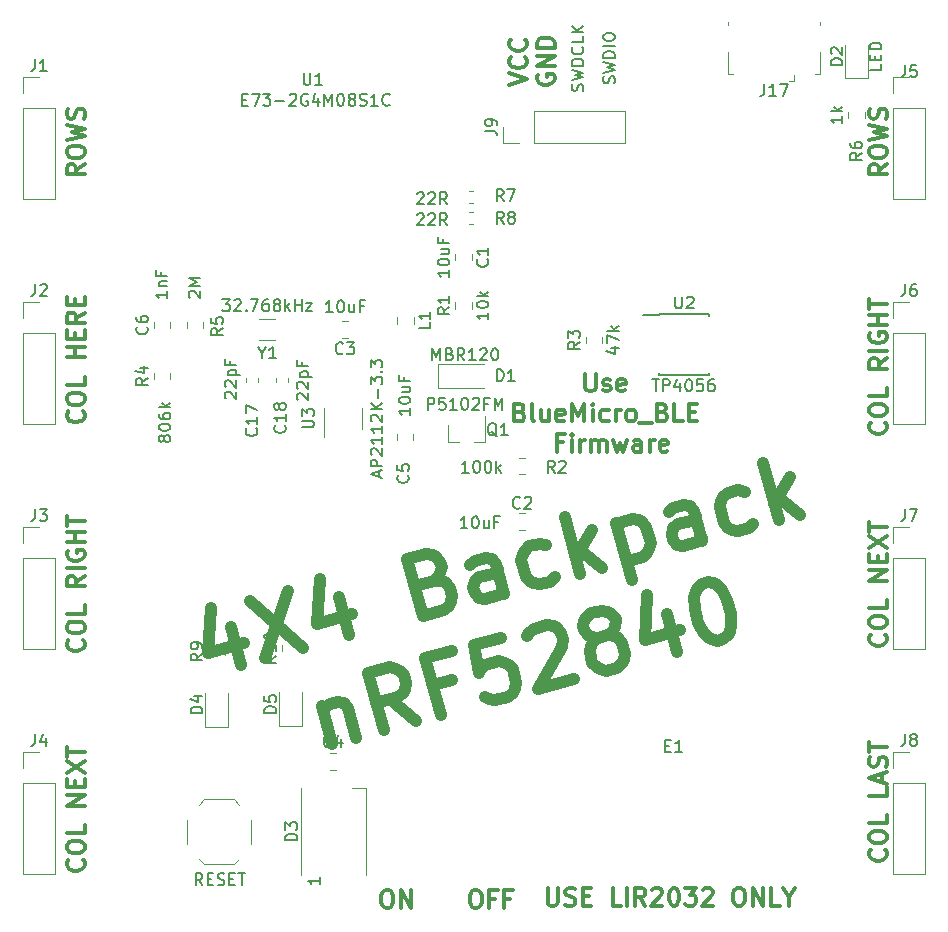
<source format=gbr>
G04 #@! TF.GenerationSoftware,KiCad,Pcbnew,(5.0.0)*
G04 #@! TF.CreationDate,2019-11-08T13:29:36-06:00*
G04 #@! TF.ProjectId,4x4_backpack,3478345F6261636B7061636B2E6B6963,rev?*
G04 #@! TF.SameCoordinates,Original*
G04 #@! TF.FileFunction,Legend,Top*
G04 #@! TF.FilePolarity,Positive*
%FSLAX46Y46*%
G04 Gerber Fmt 4.6, Leading zero omitted, Abs format (unit mm)*
G04 Created by KiCad (PCBNEW (5.0.0)) date 11/08/19 13:29:36*
%MOMM*%
%LPD*%
G01*
G04 APERTURE LIST*
%ADD10C,0.300000*%
%ADD11C,1.000000*%
%ADD12C,0.150000*%
%ADD13C,0.120000*%
G04 APERTURE END LIST*
D10*
X123734000Y-105975571D02*
X123734000Y-107189857D01*
X123805428Y-107332714D01*
X123876857Y-107404142D01*
X124019714Y-107475571D01*
X124305428Y-107475571D01*
X124448285Y-107404142D01*
X124519714Y-107332714D01*
X124591142Y-107189857D01*
X124591142Y-105975571D01*
X125234000Y-107404142D02*
X125376857Y-107475571D01*
X125662571Y-107475571D01*
X125805428Y-107404142D01*
X125876857Y-107261285D01*
X125876857Y-107189857D01*
X125805428Y-107047000D01*
X125662571Y-106975571D01*
X125448285Y-106975571D01*
X125305428Y-106904142D01*
X125234000Y-106761285D01*
X125234000Y-106689857D01*
X125305428Y-106547000D01*
X125448285Y-106475571D01*
X125662571Y-106475571D01*
X125805428Y-106547000D01*
X127091142Y-107404142D02*
X126948285Y-107475571D01*
X126662571Y-107475571D01*
X126519714Y-107404142D01*
X126448285Y-107261285D01*
X126448285Y-106689857D01*
X126519714Y-106547000D01*
X126662571Y-106475571D01*
X126948285Y-106475571D01*
X127091142Y-106547000D01*
X127162571Y-106689857D01*
X127162571Y-106832714D01*
X126448285Y-106975571D01*
X118198285Y-109239857D02*
X118412571Y-109311285D01*
X118484000Y-109382714D01*
X118555428Y-109525571D01*
X118555428Y-109739857D01*
X118484000Y-109882714D01*
X118412571Y-109954142D01*
X118269714Y-110025571D01*
X117698285Y-110025571D01*
X117698285Y-108525571D01*
X118198285Y-108525571D01*
X118341142Y-108597000D01*
X118412571Y-108668428D01*
X118484000Y-108811285D01*
X118484000Y-108954142D01*
X118412571Y-109097000D01*
X118341142Y-109168428D01*
X118198285Y-109239857D01*
X117698285Y-109239857D01*
X119412571Y-110025571D02*
X119269714Y-109954142D01*
X119198285Y-109811285D01*
X119198285Y-108525571D01*
X120626857Y-109025571D02*
X120626857Y-110025571D01*
X119984000Y-109025571D02*
X119984000Y-109811285D01*
X120055428Y-109954142D01*
X120198285Y-110025571D01*
X120412571Y-110025571D01*
X120555428Y-109954142D01*
X120626857Y-109882714D01*
X121912571Y-109954142D02*
X121769714Y-110025571D01*
X121484000Y-110025571D01*
X121341142Y-109954142D01*
X121269714Y-109811285D01*
X121269714Y-109239857D01*
X121341142Y-109097000D01*
X121484000Y-109025571D01*
X121769714Y-109025571D01*
X121912571Y-109097000D01*
X121984000Y-109239857D01*
X121984000Y-109382714D01*
X121269714Y-109525571D01*
X122626857Y-110025571D02*
X122626857Y-108525571D01*
X123126857Y-109597000D01*
X123626857Y-108525571D01*
X123626857Y-110025571D01*
X124341142Y-110025571D02*
X124341142Y-109025571D01*
X124341142Y-108525571D02*
X124269714Y-108597000D01*
X124341142Y-108668428D01*
X124412571Y-108597000D01*
X124341142Y-108525571D01*
X124341142Y-108668428D01*
X125698285Y-109954142D02*
X125555428Y-110025571D01*
X125269714Y-110025571D01*
X125126857Y-109954142D01*
X125055428Y-109882714D01*
X124984000Y-109739857D01*
X124984000Y-109311285D01*
X125055428Y-109168428D01*
X125126857Y-109097000D01*
X125269714Y-109025571D01*
X125555428Y-109025571D01*
X125698285Y-109097000D01*
X126341142Y-110025571D02*
X126341142Y-109025571D01*
X126341142Y-109311285D02*
X126412571Y-109168428D01*
X126484000Y-109097000D01*
X126626857Y-109025571D01*
X126769714Y-109025571D01*
X127484000Y-110025571D02*
X127341142Y-109954142D01*
X127269714Y-109882714D01*
X127198285Y-109739857D01*
X127198285Y-109311285D01*
X127269714Y-109168428D01*
X127341142Y-109097000D01*
X127484000Y-109025571D01*
X127698285Y-109025571D01*
X127841142Y-109097000D01*
X127912571Y-109168428D01*
X127984000Y-109311285D01*
X127984000Y-109739857D01*
X127912571Y-109882714D01*
X127841142Y-109954142D01*
X127698285Y-110025571D01*
X127484000Y-110025571D01*
X128269714Y-110168428D02*
X129412571Y-110168428D01*
X130269714Y-109239857D02*
X130484000Y-109311285D01*
X130555428Y-109382714D01*
X130626857Y-109525571D01*
X130626857Y-109739857D01*
X130555428Y-109882714D01*
X130484000Y-109954142D01*
X130341142Y-110025571D01*
X129769714Y-110025571D01*
X129769714Y-108525571D01*
X130269714Y-108525571D01*
X130412571Y-108597000D01*
X130484000Y-108668428D01*
X130555428Y-108811285D01*
X130555428Y-108954142D01*
X130484000Y-109097000D01*
X130412571Y-109168428D01*
X130269714Y-109239857D01*
X129769714Y-109239857D01*
X131984000Y-110025571D02*
X131269714Y-110025571D01*
X131269714Y-108525571D01*
X132484000Y-109239857D02*
X132984000Y-109239857D01*
X133198285Y-110025571D02*
X132484000Y-110025571D01*
X132484000Y-108525571D01*
X133198285Y-108525571D01*
X121805428Y-111789857D02*
X121305428Y-111789857D01*
X121305428Y-112575571D02*
X121305428Y-111075571D01*
X122019714Y-111075571D01*
X122591142Y-112575571D02*
X122591142Y-111575571D01*
X122591142Y-111075571D02*
X122519714Y-111147000D01*
X122591142Y-111218428D01*
X122662571Y-111147000D01*
X122591142Y-111075571D01*
X122591142Y-111218428D01*
X123305428Y-112575571D02*
X123305428Y-111575571D01*
X123305428Y-111861285D02*
X123376857Y-111718428D01*
X123448285Y-111647000D01*
X123591142Y-111575571D01*
X123734000Y-111575571D01*
X124234000Y-112575571D02*
X124234000Y-111575571D01*
X124234000Y-111718428D02*
X124305428Y-111647000D01*
X124448285Y-111575571D01*
X124662571Y-111575571D01*
X124805428Y-111647000D01*
X124876857Y-111789857D01*
X124876857Y-112575571D01*
X124876857Y-111789857D02*
X124948285Y-111647000D01*
X125091142Y-111575571D01*
X125305428Y-111575571D01*
X125448285Y-111647000D01*
X125519714Y-111789857D01*
X125519714Y-112575571D01*
X126091142Y-111575571D02*
X126376857Y-112575571D01*
X126662571Y-111861285D01*
X126948285Y-112575571D01*
X127234000Y-111575571D01*
X128448285Y-112575571D02*
X128448285Y-111789857D01*
X128376857Y-111647000D01*
X128234000Y-111575571D01*
X127948285Y-111575571D01*
X127805428Y-111647000D01*
X128448285Y-112504142D02*
X128305428Y-112575571D01*
X127948285Y-112575571D01*
X127805428Y-112504142D01*
X127734000Y-112361285D01*
X127734000Y-112218428D01*
X127805428Y-112075571D01*
X127948285Y-112004142D01*
X128305428Y-112004142D01*
X128448285Y-111932714D01*
X129162571Y-112575571D02*
X129162571Y-111575571D01*
X129162571Y-111861285D02*
X129234000Y-111718428D01*
X129305428Y-111647000D01*
X129448285Y-111575571D01*
X129591142Y-111575571D01*
X130662571Y-112504142D02*
X130519714Y-112575571D01*
X130234000Y-112575571D01*
X130091142Y-112504142D01*
X130019714Y-112361285D01*
X130019714Y-111789857D01*
X130091142Y-111647000D01*
X130234000Y-111575571D01*
X130519714Y-111575571D01*
X130662571Y-111647000D01*
X130734000Y-111789857D01*
X130734000Y-111932714D01*
X130019714Y-112075571D01*
X149125714Y-146275714D02*
X149197142Y-146347142D01*
X149268571Y-146561428D01*
X149268571Y-146704285D01*
X149197142Y-146918571D01*
X149054285Y-147061428D01*
X148911428Y-147132857D01*
X148625714Y-147204285D01*
X148411428Y-147204285D01*
X148125714Y-147132857D01*
X147982857Y-147061428D01*
X147840000Y-146918571D01*
X147768571Y-146704285D01*
X147768571Y-146561428D01*
X147840000Y-146347142D01*
X147911428Y-146275714D01*
X147768571Y-145347142D02*
X147768571Y-145061428D01*
X147840000Y-144918571D01*
X147982857Y-144775714D01*
X148268571Y-144704285D01*
X148768571Y-144704285D01*
X149054285Y-144775714D01*
X149197142Y-144918571D01*
X149268571Y-145061428D01*
X149268571Y-145347142D01*
X149197142Y-145490000D01*
X149054285Y-145632857D01*
X148768571Y-145704285D01*
X148268571Y-145704285D01*
X147982857Y-145632857D01*
X147840000Y-145490000D01*
X147768571Y-145347142D01*
X149268571Y-143347142D02*
X149268571Y-144061428D01*
X147768571Y-144061428D01*
X149268571Y-140990000D02*
X149268571Y-141704285D01*
X147768571Y-141704285D01*
X148840000Y-140561428D02*
X148840000Y-139847142D01*
X149268571Y-140704285D02*
X147768571Y-140204285D01*
X149268571Y-139704285D01*
X149197142Y-139275714D02*
X149268571Y-139061428D01*
X149268571Y-138704285D01*
X149197142Y-138561428D01*
X149125714Y-138490000D01*
X148982857Y-138418571D01*
X148840000Y-138418571D01*
X148697142Y-138490000D01*
X148625714Y-138561428D01*
X148554285Y-138704285D01*
X148482857Y-138990000D01*
X148411428Y-139132857D01*
X148340000Y-139204285D01*
X148197142Y-139275714D01*
X148054285Y-139275714D01*
X147911428Y-139204285D01*
X147840000Y-139132857D01*
X147768571Y-138990000D01*
X147768571Y-138632857D01*
X147840000Y-138418571D01*
X147768571Y-137990000D02*
X147768571Y-137132857D01*
X149268571Y-137561428D02*
X147768571Y-137561428D01*
X149125714Y-128075000D02*
X149197142Y-128146428D01*
X149268571Y-128360714D01*
X149268571Y-128503571D01*
X149197142Y-128717857D01*
X149054285Y-128860714D01*
X148911428Y-128932142D01*
X148625714Y-129003571D01*
X148411428Y-129003571D01*
X148125714Y-128932142D01*
X147982857Y-128860714D01*
X147840000Y-128717857D01*
X147768571Y-128503571D01*
X147768571Y-128360714D01*
X147840000Y-128146428D01*
X147911428Y-128075000D01*
X147768571Y-127146428D02*
X147768571Y-126860714D01*
X147840000Y-126717857D01*
X147982857Y-126575000D01*
X148268571Y-126503571D01*
X148768571Y-126503571D01*
X149054285Y-126575000D01*
X149197142Y-126717857D01*
X149268571Y-126860714D01*
X149268571Y-127146428D01*
X149197142Y-127289285D01*
X149054285Y-127432142D01*
X148768571Y-127503571D01*
X148268571Y-127503571D01*
X147982857Y-127432142D01*
X147840000Y-127289285D01*
X147768571Y-127146428D01*
X149268571Y-125146428D02*
X149268571Y-125860714D01*
X147768571Y-125860714D01*
X149268571Y-123503571D02*
X147768571Y-123503571D01*
X149268571Y-122646428D01*
X147768571Y-122646428D01*
X148482857Y-121932142D02*
X148482857Y-121432142D01*
X149268571Y-121217857D02*
X149268571Y-121932142D01*
X147768571Y-121932142D01*
X147768571Y-121217857D01*
X147768571Y-120717857D02*
X149268571Y-119717857D01*
X147768571Y-119717857D02*
X149268571Y-120717857D01*
X147768571Y-119360714D02*
X147768571Y-118503571D01*
X149268571Y-118932142D02*
X147768571Y-118932142D01*
X81180714Y-147125000D02*
X81252142Y-147196428D01*
X81323571Y-147410714D01*
X81323571Y-147553571D01*
X81252142Y-147767857D01*
X81109285Y-147910714D01*
X80966428Y-147982142D01*
X80680714Y-148053571D01*
X80466428Y-148053571D01*
X80180714Y-147982142D01*
X80037857Y-147910714D01*
X79895000Y-147767857D01*
X79823571Y-147553571D01*
X79823571Y-147410714D01*
X79895000Y-147196428D01*
X79966428Y-147125000D01*
X79823571Y-146196428D02*
X79823571Y-145910714D01*
X79895000Y-145767857D01*
X80037857Y-145625000D01*
X80323571Y-145553571D01*
X80823571Y-145553571D01*
X81109285Y-145625000D01*
X81252142Y-145767857D01*
X81323571Y-145910714D01*
X81323571Y-146196428D01*
X81252142Y-146339285D01*
X81109285Y-146482142D01*
X80823571Y-146553571D01*
X80323571Y-146553571D01*
X80037857Y-146482142D01*
X79895000Y-146339285D01*
X79823571Y-146196428D01*
X81323571Y-144196428D02*
X81323571Y-144910714D01*
X79823571Y-144910714D01*
X81323571Y-142553571D02*
X79823571Y-142553571D01*
X81323571Y-141696428D01*
X79823571Y-141696428D01*
X80537857Y-140982142D02*
X80537857Y-140482142D01*
X81323571Y-140267857D02*
X81323571Y-140982142D01*
X79823571Y-140982142D01*
X79823571Y-140267857D01*
X79823571Y-139767857D02*
X81323571Y-138767857D01*
X79823571Y-138767857D02*
X81323571Y-139767857D01*
X79823571Y-138410714D02*
X79823571Y-137553571D01*
X81323571Y-137982142D02*
X79823571Y-137982142D01*
X149125714Y-110124285D02*
X149197142Y-110195714D01*
X149268571Y-110410000D01*
X149268571Y-110552857D01*
X149197142Y-110767142D01*
X149054285Y-110910000D01*
X148911428Y-110981428D01*
X148625714Y-111052857D01*
X148411428Y-111052857D01*
X148125714Y-110981428D01*
X147982857Y-110910000D01*
X147840000Y-110767142D01*
X147768571Y-110552857D01*
X147768571Y-110410000D01*
X147840000Y-110195714D01*
X147911428Y-110124285D01*
X147768571Y-109195714D02*
X147768571Y-108910000D01*
X147840000Y-108767142D01*
X147982857Y-108624285D01*
X148268571Y-108552857D01*
X148768571Y-108552857D01*
X149054285Y-108624285D01*
X149197142Y-108767142D01*
X149268571Y-108910000D01*
X149268571Y-109195714D01*
X149197142Y-109338571D01*
X149054285Y-109481428D01*
X148768571Y-109552857D01*
X148268571Y-109552857D01*
X147982857Y-109481428D01*
X147840000Y-109338571D01*
X147768571Y-109195714D01*
X149268571Y-107195714D02*
X149268571Y-107910000D01*
X147768571Y-107910000D01*
X149268571Y-104695714D02*
X148554285Y-105195714D01*
X149268571Y-105552857D02*
X147768571Y-105552857D01*
X147768571Y-104981428D01*
X147840000Y-104838571D01*
X147911428Y-104767142D01*
X148054285Y-104695714D01*
X148268571Y-104695714D01*
X148411428Y-104767142D01*
X148482857Y-104838571D01*
X148554285Y-104981428D01*
X148554285Y-105552857D01*
X149268571Y-104052857D02*
X147768571Y-104052857D01*
X147840000Y-102552857D02*
X147768571Y-102695714D01*
X147768571Y-102910000D01*
X147840000Y-103124285D01*
X147982857Y-103267142D01*
X148125714Y-103338571D01*
X148411428Y-103410000D01*
X148625714Y-103410000D01*
X148911428Y-103338571D01*
X149054285Y-103267142D01*
X149197142Y-103124285D01*
X149268571Y-102910000D01*
X149268571Y-102767142D01*
X149197142Y-102552857D01*
X149125714Y-102481428D01*
X148625714Y-102481428D01*
X148625714Y-102767142D01*
X149268571Y-101838571D02*
X147768571Y-101838571D01*
X148482857Y-101838571D02*
X148482857Y-100981428D01*
X149268571Y-100981428D02*
X147768571Y-100981428D01*
X147768571Y-100481428D02*
X147768571Y-99624285D01*
X149268571Y-100052857D02*
X147768571Y-100052857D01*
X81180714Y-128539285D02*
X81252142Y-128610714D01*
X81323571Y-128825000D01*
X81323571Y-128967857D01*
X81252142Y-129182142D01*
X81109285Y-129325000D01*
X80966428Y-129396428D01*
X80680714Y-129467857D01*
X80466428Y-129467857D01*
X80180714Y-129396428D01*
X80037857Y-129325000D01*
X79895000Y-129182142D01*
X79823571Y-128967857D01*
X79823571Y-128825000D01*
X79895000Y-128610714D01*
X79966428Y-128539285D01*
X79823571Y-127610714D02*
X79823571Y-127325000D01*
X79895000Y-127182142D01*
X80037857Y-127039285D01*
X80323571Y-126967857D01*
X80823571Y-126967857D01*
X81109285Y-127039285D01*
X81252142Y-127182142D01*
X81323571Y-127325000D01*
X81323571Y-127610714D01*
X81252142Y-127753571D01*
X81109285Y-127896428D01*
X80823571Y-127967857D01*
X80323571Y-127967857D01*
X80037857Y-127896428D01*
X79895000Y-127753571D01*
X79823571Y-127610714D01*
X81323571Y-125610714D02*
X81323571Y-126325000D01*
X79823571Y-126325000D01*
X81323571Y-123110714D02*
X80609285Y-123610714D01*
X81323571Y-123967857D02*
X79823571Y-123967857D01*
X79823571Y-123396428D01*
X79895000Y-123253571D01*
X79966428Y-123182142D01*
X80109285Y-123110714D01*
X80323571Y-123110714D01*
X80466428Y-123182142D01*
X80537857Y-123253571D01*
X80609285Y-123396428D01*
X80609285Y-123967857D01*
X81323571Y-122467857D02*
X79823571Y-122467857D01*
X79895000Y-120967857D02*
X79823571Y-121110714D01*
X79823571Y-121325000D01*
X79895000Y-121539285D01*
X80037857Y-121682142D01*
X80180714Y-121753571D01*
X80466428Y-121825000D01*
X80680714Y-121825000D01*
X80966428Y-121753571D01*
X81109285Y-121682142D01*
X81252142Y-121539285D01*
X81323571Y-121325000D01*
X81323571Y-121182142D01*
X81252142Y-120967857D01*
X81180714Y-120896428D01*
X80680714Y-120896428D01*
X80680714Y-121182142D01*
X81323571Y-120253571D02*
X79823571Y-120253571D01*
X80537857Y-120253571D02*
X80537857Y-119396428D01*
X81323571Y-119396428D02*
X79823571Y-119396428D01*
X79823571Y-118896428D02*
X79823571Y-118039285D01*
X81323571Y-118467857D02*
X79823571Y-118467857D01*
X81180714Y-109167857D02*
X81252142Y-109239285D01*
X81323571Y-109453571D01*
X81323571Y-109596428D01*
X81252142Y-109810714D01*
X81109285Y-109953571D01*
X80966428Y-110025000D01*
X80680714Y-110096428D01*
X80466428Y-110096428D01*
X80180714Y-110025000D01*
X80037857Y-109953571D01*
X79895000Y-109810714D01*
X79823571Y-109596428D01*
X79823571Y-109453571D01*
X79895000Y-109239285D01*
X79966428Y-109167857D01*
X79823571Y-108239285D02*
X79823571Y-107953571D01*
X79895000Y-107810714D01*
X80037857Y-107667857D01*
X80323571Y-107596428D01*
X80823571Y-107596428D01*
X81109285Y-107667857D01*
X81252142Y-107810714D01*
X81323571Y-107953571D01*
X81323571Y-108239285D01*
X81252142Y-108382142D01*
X81109285Y-108525000D01*
X80823571Y-108596428D01*
X80323571Y-108596428D01*
X80037857Y-108525000D01*
X79895000Y-108382142D01*
X79823571Y-108239285D01*
X81323571Y-106239285D02*
X81323571Y-106953571D01*
X79823571Y-106953571D01*
X81323571Y-104596428D02*
X79823571Y-104596428D01*
X80537857Y-104596428D02*
X80537857Y-103739285D01*
X81323571Y-103739285D02*
X79823571Y-103739285D01*
X80537857Y-103025000D02*
X80537857Y-102525000D01*
X81323571Y-102310714D02*
X81323571Y-103025000D01*
X79823571Y-103025000D01*
X79823571Y-102310714D01*
X81323571Y-100810714D02*
X80609285Y-101310714D01*
X81323571Y-101667857D02*
X79823571Y-101667857D01*
X79823571Y-101096428D01*
X79895000Y-100953571D01*
X79966428Y-100882142D01*
X80109285Y-100810714D01*
X80323571Y-100810714D01*
X80466428Y-100882142D01*
X80537857Y-100953571D01*
X80609285Y-101096428D01*
X80609285Y-101667857D01*
X80537857Y-100167857D02*
X80537857Y-99667857D01*
X81323571Y-99453571D02*
X81323571Y-100167857D01*
X79823571Y-100167857D01*
X79823571Y-99453571D01*
X149268571Y-88252857D02*
X148554285Y-88752857D01*
X149268571Y-89110000D02*
X147768571Y-89110000D01*
X147768571Y-88538571D01*
X147840000Y-88395714D01*
X147911428Y-88324285D01*
X148054285Y-88252857D01*
X148268571Y-88252857D01*
X148411428Y-88324285D01*
X148482857Y-88395714D01*
X148554285Y-88538571D01*
X148554285Y-89110000D01*
X147768571Y-87324285D02*
X147768571Y-87038571D01*
X147840000Y-86895714D01*
X147982857Y-86752857D01*
X148268571Y-86681428D01*
X148768571Y-86681428D01*
X149054285Y-86752857D01*
X149197142Y-86895714D01*
X149268571Y-87038571D01*
X149268571Y-87324285D01*
X149197142Y-87467142D01*
X149054285Y-87610000D01*
X148768571Y-87681428D01*
X148268571Y-87681428D01*
X147982857Y-87610000D01*
X147840000Y-87467142D01*
X147768571Y-87324285D01*
X147768571Y-86181428D02*
X149268571Y-85824285D01*
X148197142Y-85538571D01*
X149268571Y-85252857D01*
X147768571Y-84895714D01*
X149197142Y-84395714D02*
X149268571Y-84181428D01*
X149268571Y-83824285D01*
X149197142Y-83681428D01*
X149125714Y-83610000D01*
X148982857Y-83538571D01*
X148840000Y-83538571D01*
X148697142Y-83610000D01*
X148625714Y-83681428D01*
X148554285Y-83824285D01*
X148482857Y-84110000D01*
X148411428Y-84252857D01*
X148340000Y-84324285D01*
X148197142Y-84395714D01*
X148054285Y-84395714D01*
X147911428Y-84324285D01*
X147840000Y-84252857D01*
X147768571Y-84110000D01*
X147768571Y-83752857D01*
X147840000Y-83538571D01*
X81323571Y-88252857D02*
X80609285Y-88752857D01*
X81323571Y-89110000D02*
X79823571Y-89110000D01*
X79823571Y-88538571D01*
X79895000Y-88395714D01*
X79966428Y-88324285D01*
X80109285Y-88252857D01*
X80323571Y-88252857D01*
X80466428Y-88324285D01*
X80537857Y-88395714D01*
X80609285Y-88538571D01*
X80609285Y-89110000D01*
X79823571Y-87324285D02*
X79823571Y-87038571D01*
X79895000Y-86895714D01*
X80037857Y-86752857D01*
X80323571Y-86681428D01*
X80823571Y-86681428D01*
X81109285Y-86752857D01*
X81252142Y-86895714D01*
X81323571Y-87038571D01*
X81323571Y-87324285D01*
X81252142Y-87467142D01*
X81109285Y-87610000D01*
X80823571Y-87681428D01*
X80323571Y-87681428D01*
X80037857Y-87610000D01*
X79895000Y-87467142D01*
X79823571Y-87324285D01*
X79823571Y-86181428D02*
X81323571Y-85824285D01*
X80252142Y-85538571D01*
X81323571Y-85252857D01*
X79823571Y-84895714D01*
X81252142Y-84395714D02*
X81323571Y-84181428D01*
X81323571Y-83824285D01*
X81252142Y-83681428D01*
X81180714Y-83610000D01*
X81037857Y-83538571D01*
X80895000Y-83538571D01*
X80752142Y-83610000D01*
X80680714Y-83681428D01*
X80609285Y-83824285D01*
X80537857Y-84110000D01*
X80466428Y-84252857D01*
X80395000Y-84324285D01*
X80252142Y-84395714D01*
X80109285Y-84395714D01*
X79966428Y-84324285D01*
X79895000Y-84252857D01*
X79823571Y-84110000D01*
X79823571Y-83752857D01*
X79895000Y-83538571D01*
X120529057Y-149521171D02*
X120529057Y-150735457D01*
X120600485Y-150878314D01*
X120671914Y-150949742D01*
X120814771Y-151021171D01*
X121100485Y-151021171D01*
X121243342Y-150949742D01*
X121314771Y-150878314D01*
X121386200Y-150735457D01*
X121386200Y-149521171D01*
X122029057Y-150949742D02*
X122243342Y-151021171D01*
X122600485Y-151021171D01*
X122743342Y-150949742D01*
X122814771Y-150878314D01*
X122886200Y-150735457D01*
X122886200Y-150592600D01*
X122814771Y-150449742D01*
X122743342Y-150378314D01*
X122600485Y-150306885D01*
X122314771Y-150235457D01*
X122171914Y-150164028D01*
X122100485Y-150092600D01*
X122029057Y-149949742D01*
X122029057Y-149806885D01*
X122100485Y-149664028D01*
X122171914Y-149592600D01*
X122314771Y-149521171D01*
X122671914Y-149521171D01*
X122886200Y-149592600D01*
X123529057Y-150235457D02*
X124029057Y-150235457D01*
X124243342Y-151021171D02*
X123529057Y-151021171D01*
X123529057Y-149521171D01*
X124243342Y-149521171D01*
X126743342Y-151021171D02*
X126029057Y-151021171D01*
X126029057Y-149521171D01*
X127243342Y-151021171D02*
X127243342Y-149521171D01*
X128814771Y-151021171D02*
X128314771Y-150306885D01*
X127957628Y-151021171D02*
X127957628Y-149521171D01*
X128529057Y-149521171D01*
X128671914Y-149592600D01*
X128743342Y-149664028D01*
X128814771Y-149806885D01*
X128814771Y-150021171D01*
X128743342Y-150164028D01*
X128671914Y-150235457D01*
X128529057Y-150306885D01*
X127957628Y-150306885D01*
X129386200Y-149664028D02*
X129457628Y-149592600D01*
X129600485Y-149521171D01*
X129957628Y-149521171D01*
X130100485Y-149592600D01*
X130171914Y-149664028D01*
X130243342Y-149806885D01*
X130243342Y-149949742D01*
X130171914Y-150164028D01*
X129314771Y-151021171D01*
X130243342Y-151021171D01*
X131171914Y-149521171D02*
X131314771Y-149521171D01*
X131457628Y-149592600D01*
X131529057Y-149664028D01*
X131600485Y-149806885D01*
X131671914Y-150092600D01*
X131671914Y-150449742D01*
X131600485Y-150735457D01*
X131529057Y-150878314D01*
X131457628Y-150949742D01*
X131314771Y-151021171D01*
X131171914Y-151021171D01*
X131029057Y-150949742D01*
X130957628Y-150878314D01*
X130886200Y-150735457D01*
X130814771Y-150449742D01*
X130814771Y-150092600D01*
X130886200Y-149806885D01*
X130957628Y-149664028D01*
X131029057Y-149592600D01*
X131171914Y-149521171D01*
X132171914Y-149521171D02*
X133100485Y-149521171D01*
X132600485Y-150092600D01*
X132814771Y-150092600D01*
X132957628Y-150164028D01*
X133029057Y-150235457D01*
X133100485Y-150378314D01*
X133100485Y-150735457D01*
X133029057Y-150878314D01*
X132957628Y-150949742D01*
X132814771Y-151021171D01*
X132386200Y-151021171D01*
X132243342Y-150949742D01*
X132171914Y-150878314D01*
X133671914Y-149664028D02*
X133743342Y-149592600D01*
X133886200Y-149521171D01*
X134243342Y-149521171D01*
X134386200Y-149592600D01*
X134457628Y-149664028D01*
X134529057Y-149806885D01*
X134529057Y-149949742D01*
X134457628Y-150164028D01*
X133600485Y-151021171D01*
X134529057Y-151021171D01*
X136600485Y-149521171D02*
X136886200Y-149521171D01*
X137029057Y-149592600D01*
X137171914Y-149735457D01*
X137243342Y-150021171D01*
X137243342Y-150521171D01*
X137171914Y-150806885D01*
X137029057Y-150949742D01*
X136886200Y-151021171D01*
X136600485Y-151021171D01*
X136457628Y-150949742D01*
X136314771Y-150806885D01*
X136243342Y-150521171D01*
X136243342Y-150021171D01*
X136314771Y-149735457D01*
X136457628Y-149592600D01*
X136600485Y-149521171D01*
X137886200Y-151021171D02*
X137886200Y-149521171D01*
X138743342Y-151021171D01*
X138743342Y-149521171D01*
X140171914Y-151021171D02*
X139457628Y-151021171D01*
X139457628Y-149521171D01*
X140957628Y-150306885D02*
X140957628Y-151021171D01*
X140457628Y-149521171D02*
X140957628Y-150306885D01*
X141457628Y-149521171D01*
X114293828Y-149724371D02*
X114579542Y-149724371D01*
X114722400Y-149795800D01*
X114865257Y-149938657D01*
X114936685Y-150224371D01*
X114936685Y-150724371D01*
X114865257Y-151010085D01*
X114722400Y-151152942D01*
X114579542Y-151224371D01*
X114293828Y-151224371D01*
X114150971Y-151152942D01*
X114008114Y-151010085D01*
X113936685Y-150724371D01*
X113936685Y-150224371D01*
X114008114Y-149938657D01*
X114150971Y-149795800D01*
X114293828Y-149724371D01*
X116079542Y-150438657D02*
X115579542Y-150438657D01*
X115579542Y-151224371D02*
X115579542Y-149724371D01*
X116293828Y-149724371D01*
X117365257Y-150438657D02*
X116865257Y-150438657D01*
X116865257Y-151224371D02*
X116865257Y-149724371D01*
X117579542Y-149724371D01*
X106818228Y-149724371D02*
X107103942Y-149724371D01*
X107246800Y-149795800D01*
X107389657Y-149938657D01*
X107461085Y-150224371D01*
X107461085Y-150724371D01*
X107389657Y-151010085D01*
X107246800Y-151152942D01*
X107103942Y-151224371D01*
X106818228Y-151224371D01*
X106675371Y-151152942D01*
X106532514Y-151010085D01*
X106461085Y-150724371D01*
X106461085Y-150224371D01*
X106532514Y-149938657D01*
X106675371Y-149795800D01*
X106818228Y-149724371D01*
X108103942Y-151224371D02*
X108103942Y-149724371D01*
X108961085Y-151224371D01*
X108961085Y-149724371D01*
D11*
X93686443Y-127391005D02*
X94549173Y-130610758D01*
X92043543Y-125859264D02*
X91817985Y-129617117D01*
X94807755Y-128816011D01*
X95324919Y-125226516D02*
X99838767Y-129193415D01*
X98544672Y-124363786D02*
X96619014Y-130056146D01*
X102885737Y-124926062D02*
X103748467Y-128145814D01*
X101242836Y-123394321D02*
X101017278Y-127152174D01*
X104007049Y-126351067D01*
X110890007Y-123520807D02*
X111641578Y-123565919D01*
X111933183Y-123734277D01*
X112286413Y-124132618D01*
X112471284Y-124822565D01*
X112364549Y-125344154D01*
X112196190Y-125635760D01*
X111797849Y-125988989D01*
X109957990Y-126481978D01*
X108663895Y-121652349D01*
X110273771Y-121220984D01*
X110795359Y-121327719D01*
X111086965Y-121496077D01*
X111440195Y-121894419D01*
X111563442Y-122354383D01*
X111456707Y-122875972D01*
X111288348Y-123167577D01*
X110890007Y-123520807D01*
X109280131Y-123952172D01*
X116857460Y-124633270D02*
X116179601Y-122103465D01*
X115826371Y-121705123D01*
X115304783Y-121598388D01*
X114384854Y-121844883D01*
X113986513Y-122198112D01*
X116795837Y-124403288D02*
X116397496Y-124756517D01*
X115247584Y-125064635D01*
X114725996Y-124957900D01*
X114372766Y-124559559D01*
X114249519Y-124099594D01*
X114356254Y-123578006D01*
X114754595Y-123224777D01*
X115904507Y-122916659D01*
X116302848Y-122563429D01*
X121165501Y-123232440D02*
X120767160Y-123585669D01*
X119847231Y-123832164D01*
X119325642Y-123725429D01*
X119034036Y-123557070D01*
X118680807Y-123158729D01*
X118311065Y-121778835D01*
X118417801Y-121257246D01*
X118586159Y-120965640D01*
X118984500Y-120612411D01*
X119904430Y-120365917D01*
X120426018Y-120472652D01*
X123296966Y-122907810D02*
X122002870Y-118078181D01*
X123263942Y-120944704D02*
X125136824Y-122414821D01*
X124274094Y-119195069D02*
X122927224Y-121527916D01*
X126343935Y-118640456D02*
X127638031Y-123470085D01*
X126405559Y-118870439D02*
X126803900Y-118517209D01*
X127723829Y-118270715D01*
X128245418Y-118377450D01*
X128537024Y-118545809D01*
X128890253Y-118944150D01*
X129259995Y-120324044D01*
X129153259Y-120845632D01*
X128984901Y-121137238D01*
X128586560Y-121490468D01*
X127666630Y-121736962D01*
X127145042Y-121630227D01*
X133646171Y-120134749D02*
X132968312Y-117604943D01*
X132615082Y-117206602D01*
X132093494Y-117099867D01*
X131173564Y-117346361D01*
X130775223Y-117699591D01*
X133584547Y-119904766D02*
X133186206Y-120257996D01*
X132036295Y-120566114D01*
X131514706Y-120459379D01*
X131161477Y-120061038D01*
X131038230Y-119601073D01*
X131144965Y-119079485D01*
X131543306Y-118726255D01*
X132693218Y-118418137D01*
X133091559Y-118064908D01*
X137954212Y-118733918D02*
X137555871Y-119087148D01*
X136635941Y-119333642D01*
X136114353Y-119226907D01*
X135822747Y-119058548D01*
X135469518Y-118660207D01*
X135099776Y-117280313D01*
X135206511Y-116758725D01*
X135374870Y-116467119D01*
X135773211Y-116113889D01*
X136693141Y-115867395D01*
X137214729Y-115974130D01*
X140085676Y-118409289D02*
X138791581Y-113579659D01*
X140052653Y-116446183D02*
X141925535Y-117916300D01*
X141062805Y-114696547D02*
X139715935Y-117029394D01*
X101405981Y-134122409D02*
X102268711Y-137342162D01*
X101529228Y-134582374D02*
X101697587Y-134290768D01*
X102095928Y-133937538D01*
X102785875Y-133752668D01*
X103307464Y-133859403D01*
X103660693Y-134257744D01*
X104338552Y-136787550D01*
X109398164Y-135431831D02*
X107172052Y-133563372D01*
X106638376Y-136171314D02*
X105344281Y-131341685D01*
X107184139Y-130848696D01*
X107705728Y-130955431D01*
X107997334Y-131123790D01*
X108350563Y-131522131D01*
X108535434Y-132212078D01*
X108428699Y-132733666D01*
X108260340Y-133025272D01*
X107861999Y-133378502D01*
X106022140Y-133871490D01*
X112400022Y-131916048D02*
X110790146Y-132347413D01*
X111468005Y-134877219D02*
X110173910Y-130047589D01*
X112473733Y-129431354D01*
X116613415Y-128322129D02*
X114313592Y-128938365D01*
X114699845Y-131299812D01*
X114868204Y-131008206D01*
X115266545Y-130654976D01*
X116416457Y-130346859D01*
X116938045Y-130453594D01*
X117229651Y-130621952D01*
X117582881Y-131020294D01*
X117890999Y-132170205D01*
X117784263Y-132691794D01*
X117615905Y-132983399D01*
X117217563Y-133336629D01*
X116067652Y-133644747D01*
X115546064Y-133538012D01*
X115254458Y-133369653D01*
X118806503Y-128227482D02*
X118974862Y-127935876D01*
X119373203Y-127582646D01*
X120523115Y-127274528D01*
X121044703Y-127381263D01*
X121336309Y-127549622D01*
X121689539Y-127947963D01*
X121812786Y-128407928D01*
X121767674Y-129159499D01*
X119747369Y-132658770D01*
X122737140Y-131857663D01*
X124757445Y-128358392D02*
X124235856Y-128251657D01*
X123944251Y-128083298D01*
X123591021Y-127684957D01*
X123529397Y-127454975D01*
X123636133Y-126933386D01*
X123804491Y-126641780D01*
X124202832Y-126288551D01*
X125122762Y-126042057D01*
X125644350Y-126148792D01*
X125935956Y-126317150D01*
X126289186Y-126715492D01*
X126350809Y-126945474D01*
X126244074Y-127467062D01*
X126075715Y-127758668D01*
X125677374Y-128111898D01*
X124757445Y-128358392D01*
X124359104Y-128711621D01*
X124190745Y-129003227D01*
X124084010Y-129524816D01*
X124330504Y-130444745D01*
X124683734Y-130843086D01*
X124975339Y-131011445D01*
X125496928Y-131118180D01*
X126416857Y-130871686D01*
X126815198Y-130518456D01*
X126983557Y-130226850D01*
X127090292Y-129705262D01*
X126843798Y-128785333D01*
X126490568Y-128386992D01*
X126198962Y-128218633D01*
X125677374Y-128111898D01*
X130613738Y-126296214D02*
X131476469Y-129515967D01*
X128970838Y-124764473D02*
X128745280Y-128522326D01*
X131735050Y-127721220D01*
X133632108Y-123761984D02*
X134092073Y-123638737D01*
X134613661Y-123745472D01*
X134905267Y-123913831D01*
X135258497Y-124312172D01*
X135734973Y-125170478D01*
X136043091Y-126320389D01*
X136059603Y-127301942D01*
X135952868Y-127823531D01*
X135784509Y-128115136D01*
X135386168Y-128468366D01*
X134926204Y-128591613D01*
X134404615Y-128484878D01*
X134113009Y-128316519D01*
X133759780Y-127918178D01*
X133283303Y-127059872D01*
X132975185Y-125909961D01*
X132958673Y-124928408D01*
X133065409Y-124406819D01*
X133233767Y-124115214D01*
X133632108Y-123761984D01*
D12*
X126185561Y-81392447D02*
X126233180Y-81249590D01*
X126233180Y-81011495D01*
X126185561Y-80916257D01*
X126137942Y-80868638D01*
X126042704Y-80821019D01*
X125947466Y-80821019D01*
X125852228Y-80868638D01*
X125804609Y-80916257D01*
X125756990Y-81011495D01*
X125709371Y-81201971D01*
X125661752Y-81297209D01*
X125614133Y-81344828D01*
X125518895Y-81392447D01*
X125423657Y-81392447D01*
X125328419Y-81344828D01*
X125280800Y-81297209D01*
X125233180Y-81201971D01*
X125233180Y-80963876D01*
X125280800Y-80821019D01*
X125233180Y-80487685D02*
X126233180Y-80249590D01*
X125518895Y-80059114D01*
X126233180Y-79868638D01*
X125233180Y-79630542D01*
X126233180Y-79249590D02*
X125233180Y-79249590D01*
X125233180Y-79011495D01*
X125280800Y-78868638D01*
X125376038Y-78773400D01*
X125471276Y-78725780D01*
X125661752Y-78678161D01*
X125804609Y-78678161D01*
X125995085Y-78725780D01*
X126090323Y-78773400D01*
X126185561Y-78868638D01*
X126233180Y-79011495D01*
X126233180Y-79249590D01*
X126233180Y-78249590D02*
X125233180Y-78249590D01*
X125233180Y-77582923D02*
X125233180Y-77392447D01*
X125280800Y-77297209D01*
X125376038Y-77201971D01*
X125566514Y-77154352D01*
X125899847Y-77154352D01*
X126090323Y-77201971D01*
X126185561Y-77297209D01*
X126233180Y-77392447D01*
X126233180Y-77582923D01*
X126185561Y-77678161D01*
X126090323Y-77773400D01*
X125899847Y-77821019D01*
X125566514Y-77821019D01*
X125376038Y-77773400D01*
X125280800Y-77678161D01*
X125233180Y-77582923D01*
X123518561Y-82035304D02*
X123566180Y-81892447D01*
X123566180Y-81654352D01*
X123518561Y-81559114D01*
X123470942Y-81511495D01*
X123375704Y-81463876D01*
X123280466Y-81463876D01*
X123185228Y-81511495D01*
X123137609Y-81559114D01*
X123089990Y-81654352D01*
X123042371Y-81844828D01*
X122994752Y-81940066D01*
X122947133Y-81987685D01*
X122851895Y-82035304D01*
X122756657Y-82035304D01*
X122661419Y-81987685D01*
X122613800Y-81940066D01*
X122566180Y-81844828D01*
X122566180Y-81606733D01*
X122613800Y-81463876D01*
X122566180Y-81130542D02*
X123566180Y-80892447D01*
X122851895Y-80701971D01*
X123566180Y-80511495D01*
X122566180Y-80273400D01*
X123566180Y-79892447D02*
X122566180Y-79892447D01*
X122566180Y-79654352D01*
X122613800Y-79511495D01*
X122709038Y-79416257D01*
X122804276Y-79368638D01*
X122994752Y-79321019D01*
X123137609Y-79321019D01*
X123328085Y-79368638D01*
X123423323Y-79416257D01*
X123518561Y-79511495D01*
X123566180Y-79654352D01*
X123566180Y-79892447D01*
X123470942Y-78321019D02*
X123518561Y-78368638D01*
X123566180Y-78511495D01*
X123566180Y-78606733D01*
X123518561Y-78749590D01*
X123423323Y-78844828D01*
X123328085Y-78892447D01*
X123137609Y-78940066D01*
X122994752Y-78940066D01*
X122804276Y-78892447D01*
X122709038Y-78844828D01*
X122613800Y-78749590D01*
X122566180Y-78606733D01*
X122566180Y-78511495D01*
X122613800Y-78368638D01*
X122661419Y-78321019D01*
X123566180Y-77416257D02*
X123566180Y-77892447D01*
X122566180Y-77892447D01*
X123566180Y-77082923D02*
X122566180Y-77082923D01*
X123566180Y-76511495D02*
X122994752Y-76940066D01*
X122566180Y-76511495D02*
X123137609Y-77082923D01*
D10*
X119696800Y-80670257D02*
X119625371Y-80813114D01*
X119625371Y-81027400D01*
X119696800Y-81241685D01*
X119839657Y-81384542D01*
X119982514Y-81455971D01*
X120268228Y-81527400D01*
X120482514Y-81527400D01*
X120768228Y-81455971D01*
X120911085Y-81384542D01*
X121053942Y-81241685D01*
X121125371Y-81027400D01*
X121125371Y-80884542D01*
X121053942Y-80670257D01*
X120982514Y-80598828D01*
X120482514Y-80598828D01*
X120482514Y-80884542D01*
X121125371Y-79955971D02*
X119625371Y-79955971D01*
X121125371Y-79098828D01*
X119625371Y-79098828D01*
X121125371Y-78384542D02*
X119625371Y-78384542D01*
X119625371Y-78027400D01*
X119696800Y-77813114D01*
X119839657Y-77670257D01*
X119982514Y-77598828D01*
X120268228Y-77527400D01*
X120482514Y-77527400D01*
X120768228Y-77598828D01*
X120911085Y-77670257D01*
X121053942Y-77813114D01*
X121125371Y-78027400D01*
X121125371Y-78384542D01*
X117288571Y-81552800D02*
X118788571Y-81052800D01*
X117288571Y-80552800D01*
X118645714Y-79195657D02*
X118717142Y-79267085D01*
X118788571Y-79481371D01*
X118788571Y-79624228D01*
X118717142Y-79838514D01*
X118574285Y-79981371D01*
X118431428Y-80052800D01*
X118145714Y-80124228D01*
X117931428Y-80124228D01*
X117645714Y-80052800D01*
X117502857Y-79981371D01*
X117360000Y-79838514D01*
X117288571Y-79624228D01*
X117288571Y-79481371D01*
X117360000Y-79267085D01*
X117431428Y-79195657D01*
X118645714Y-77695657D02*
X118717142Y-77767085D01*
X118788571Y-77981371D01*
X118788571Y-78124228D01*
X118717142Y-78338514D01*
X118574285Y-78481371D01*
X118431428Y-78552800D01*
X118145714Y-78624228D01*
X117931428Y-78624228D01*
X117645714Y-78552800D01*
X117502857Y-78481371D01*
X117360000Y-78338514D01*
X117288571Y-78124228D01*
X117288571Y-77981371D01*
X117360000Y-77767085D01*
X117431428Y-77695657D01*
D13*
G04 #@! TO.C,J17*
X143600000Y-80629500D02*
X143150000Y-80629500D01*
X143600000Y-78779500D02*
X143600000Y-80629500D01*
X135800000Y-76229500D02*
X135800000Y-76479500D01*
X143600000Y-76229500D02*
X143600000Y-76479500D01*
X135800000Y-78779500D02*
X135800000Y-80629500D01*
X135800000Y-80629500D02*
X136250000Y-80629500D01*
X141400000Y-81179500D02*
X140950000Y-81179500D01*
X141400000Y-81179500D02*
X141400000Y-80729500D01*
G04 #@! TO.C,J1*
X76140000Y-91182500D02*
X78800000Y-91182500D01*
X76140000Y-83502500D02*
X76140000Y-91182500D01*
X78800000Y-83502500D02*
X78800000Y-91182500D01*
X76140000Y-83502500D02*
X78800000Y-83502500D01*
X76140000Y-82232500D02*
X76140000Y-80902500D01*
X76140000Y-80902500D02*
X77470000Y-80902500D01*
G04 #@! TO.C,J2*
X76140000Y-99952500D02*
X77470000Y-99952500D01*
X76140000Y-101282500D02*
X76140000Y-99952500D01*
X76140000Y-102552500D02*
X78800000Y-102552500D01*
X78800000Y-102552500D02*
X78800000Y-110232500D01*
X76140000Y-102552500D02*
X76140000Y-110232500D01*
X76140000Y-110232500D02*
X78800000Y-110232500D01*
G04 #@! TO.C,J3*
X76140000Y-129282500D02*
X78800000Y-129282500D01*
X76140000Y-121602500D02*
X76140000Y-129282500D01*
X78800000Y-121602500D02*
X78800000Y-129282500D01*
X76140000Y-121602500D02*
X78800000Y-121602500D01*
X76140000Y-120332500D02*
X76140000Y-119002500D01*
X76140000Y-119002500D02*
X77470000Y-119002500D01*
G04 #@! TO.C,J4*
X76140000Y-138052500D02*
X77470000Y-138052500D01*
X76140000Y-139382500D02*
X76140000Y-138052500D01*
X76140000Y-140652500D02*
X78800000Y-140652500D01*
X78800000Y-140652500D02*
X78800000Y-148332500D01*
X76140000Y-140652500D02*
X76140000Y-148332500D01*
X76140000Y-148332500D02*
X78800000Y-148332500D01*
G04 #@! TO.C,J5*
X149800000Y-91182500D02*
X152460000Y-91182500D01*
X149800000Y-83502500D02*
X149800000Y-91182500D01*
X152460000Y-83502500D02*
X152460000Y-91182500D01*
X149800000Y-83502500D02*
X152460000Y-83502500D01*
X149800000Y-82232500D02*
X149800000Y-80902500D01*
X149800000Y-80902500D02*
X151130000Y-80902500D01*
G04 #@! TO.C,J6*
X149800000Y-99952500D02*
X151130000Y-99952500D01*
X149800000Y-101282500D02*
X149800000Y-99952500D01*
X149800000Y-102552500D02*
X152460000Y-102552500D01*
X152460000Y-102552500D02*
X152460000Y-110232500D01*
X149800000Y-102552500D02*
X149800000Y-110232500D01*
X149800000Y-110232500D02*
X152460000Y-110232500D01*
G04 #@! TO.C,J7*
X149800000Y-129282500D02*
X152460000Y-129282500D01*
X149800000Y-121602500D02*
X149800000Y-129282500D01*
X152460000Y-121602500D02*
X152460000Y-129282500D01*
X149800000Y-121602500D02*
X152460000Y-121602500D01*
X149800000Y-120332500D02*
X149800000Y-119002500D01*
X149800000Y-119002500D02*
X151130000Y-119002500D01*
G04 #@! TO.C,J8*
X149800000Y-138052500D02*
X151130000Y-138052500D01*
X149800000Y-139382500D02*
X149800000Y-138052500D01*
X149800000Y-140652500D02*
X152460000Y-140652500D01*
X152460000Y-140652500D02*
X152460000Y-148332500D01*
X149800000Y-140652500D02*
X149800000Y-148332500D01*
X149800000Y-148332500D02*
X152460000Y-148332500D01*
G04 #@! TO.C,C1*
X112701000Y-95868748D02*
X112701000Y-96391252D01*
X114121000Y-95868748D02*
X114121000Y-96391252D01*
G04 #@! TO.C,C2*
X118093748Y-117781000D02*
X118616252Y-117781000D01*
X118093748Y-119201000D02*
X118616252Y-119201000D01*
G04 #@! TO.C,C3*
X103630262Y-102945000D02*
X103107758Y-102945000D01*
X103630262Y-101525000D02*
X103107758Y-101525000D01*
G04 #@! TO.C,Q1*
X112085000Y-111758000D02*
X113015000Y-111758000D01*
X115245000Y-111758000D02*
X114315000Y-111758000D01*
X115245000Y-111758000D02*
X115245000Y-109598000D01*
X112085000Y-111758000D02*
X112085000Y-110298000D01*
G04 #@! TO.C,J9*
X127060000Y-86420000D02*
X127060000Y-83760000D01*
X119380000Y-86420000D02*
X127060000Y-86420000D01*
X119380000Y-83760000D02*
X127060000Y-83760000D01*
X119380000Y-86420000D02*
X119380000Y-83760000D01*
X118110000Y-86420000D02*
X116780000Y-86420000D01*
X116780000Y-86420000D02*
X116780000Y-85090000D01*
G04 #@! TO.C,SW2*
X94410000Y-142480000D02*
X93960000Y-142030000D01*
X91010000Y-142480000D02*
X91460000Y-142030000D01*
X91010000Y-147080000D02*
X91460000Y-147530000D01*
X94410000Y-147080000D02*
X93960000Y-147530000D01*
X89960000Y-145780000D02*
X89960000Y-143780000D01*
X93960000Y-142030000D02*
X91460000Y-142030000D01*
X95460000Y-145780000D02*
X95460000Y-143780000D01*
X93960000Y-147530000D02*
X91460000Y-147530000D01*
G04 #@! TO.C,C5*
X107748000Y-111108748D02*
X107748000Y-111631252D01*
X109168000Y-111108748D02*
X109168000Y-111631252D01*
G04 #@! TO.C,C6*
X87174000Y-102115252D02*
X87174000Y-101592748D01*
X88594000Y-102115252D02*
X88594000Y-101592748D01*
G04 #@! TO.C,C17*
X94994000Y-106364720D02*
X94994000Y-106690278D01*
X96014000Y-106364720D02*
X96014000Y-106690278D01*
G04 #@! TO.C,C18*
X98554000Y-106364717D02*
X98554000Y-106690275D01*
X97534000Y-106364717D02*
X97534000Y-106690275D01*
G04 #@! TO.C,D1*
X111288000Y-105172000D02*
X111288000Y-107172000D01*
X111288000Y-107172000D02*
X115188000Y-107172000D01*
X111288000Y-105172000D02*
X115188000Y-105172000D01*
G04 #@! TO.C,D2*
X145725000Y-78129987D02*
X145725000Y-80989987D01*
X145725000Y-80989987D02*
X147645000Y-80989987D01*
X147645000Y-80989987D02*
X147645000Y-78129987D01*
G04 #@! TO.C,R1*
X114121000Y-100473251D02*
X114121000Y-99950747D01*
X112701000Y-100473251D02*
X112701000Y-99950747D01*
G04 #@! TO.C,R2*
X118093748Y-113082000D02*
X118616252Y-113082000D01*
X118093748Y-114502000D02*
X118616252Y-114502000D01*
G04 #@! TO.C,R3*
X123750000Y-103376252D02*
X123750000Y-102853748D01*
X125170000Y-103376252D02*
X125170000Y-102853748D01*
G04 #@! TO.C,R4*
X88594000Y-106442251D02*
X88594000Y-105919747D01*
X87174000Y-106442251D02*
X87174000Y-105919747D01*
G04 #@! TO.C,R5*
X91388000Y-102106252D02*
X91388000Y-101583748D01*
X89968000Y-102106252D02*
X89968000Y-101583748D01*
G04 #@! TO.C,R6*
X147395000Y-83803749D02*
X147395000Y-84326253D01*
X145975000Y-83803749D02*
X145975000Y-84326253D01*
D12*
G04 #@! TO.C,U2*
X130005000Y-100930000D02*
X130005000Y-100980000D01*
X134155000Y-100930000D02*
X134155000Y-101075000D01*
X134155000Y-106080000D02*
X134155000Y-105935000D01*
X130005000Y-106080000D02*
X130005000Y-105935000D01*
X130005000Y-100930000D02*
X134155000Y-100930000D01*
X130005000Y-106080000D02*
X134155000Y-106080000D01*
X130005000Y-100980000D02*
X128605000Y-100980000D01*
D13*
G04 #@! TO.C,U3*
X104800000Y-110675000D02*
X104800000Y-108875000D01*
X101580000Y-108875000D02*
X101580000Y-111325000D01*
G04 #@! TO.C,Y1*
X97489001Y-101360000D02*
X96139001Y-101360000D01*
X97489001Y-103110000D02*
X96139001Y-103110000D01*
G04 #@! TO.C,R7*
X113898734Y-90549000D02*
X114241268Y-90549000D01*
X113898734Y-91569000D02*
X114241268Y-91569000D01*
G04 #@! TO.C,R8*
X113898734Y-93347000D02*
X114241268Y-93347000D01*
X113898734Y-92327000D02*
X114241268Y-92327000D01*
G04 #@! TO.C,C4*
X102109746Y-138101000D02*
X102632250Y-138101000D01*
X102109746Y-139521000D02*
X102632250Y-139521000D01*
G04 #@! TO.C,D3*
X99628001Y-148402999D02*
X99628001Y-141102999D01*
X105128001Y-148402999D02*
X105128001Y-141102999D01*
X105128001Y-141102999D02*
X103978001Y-141102999D01*
G04 #@! TO.C,D4*
X91540000Y-133000000D02*
X91540000Y-135860000D01*
X91540000Y-135860000D02*
X93460000Y-135860000D01*
X93460000Y-135860000D02*
X93460000Y-133000000D01*
G04 #@! TO.C,D5*
X99710000Y-135835000D02*
X99710000Y-132975000D01*
X97790000Y-135835000D02*
X99710000Y-135835000D01*
X97790000Y-132975000D02*
X97790000Y-135835000D01*
G04 #@! TO.C,L1*
X109210000Y-101213748D02*
X109210000Y-101736252D01*
X107790000Y-101213748D02*
X107790000Y-101736252D01*
G04 #@! TO.C,R9*
X93210000Y-129786251D02*
X93210000Y-129263747D01*
X91790000Y-129786251D02*
X91790000Y-129263747D01*
G04 #@! TO.C,R10*
X98040000Y-129486252D02*
X98040000Y-128963748D01*
X99460000Y-129486252D02*
X99460000Y-128963748D01*
G04 #@! TO.C,J17*
D12*
X138890476Y-81431880D02*
X138890476Y-82146166D01*
X138842857Y-82289023D01*
X138747619Y-82384261D01*
X138604761Y-82431880D01*
X138509523Y-82431880D01*
X139890476Y-82431880D02*
X139319047Y-82431880D01*
X139604761Y-82431880D02*
X139604761Y-81431880D01*
X139509523Y-81574738D01*
X139414285Y-81669976D01*
X139319047Y-81717595D01*
X140223809Y-81431880D02*
X140890476Y-81431880D01*
X140461904Y-82431880D01*
G04 #@! TO.C,J1*
X77136666Y-79354880D02*
X77136666Y-80069166D01*
X77089047Y-80212023D01*
X76993809Y-80307261D01*
X76850952Y-80354880D01*
X76755714Y-80354880D01*
X78136666Y-80354880D02*
X77565238Y-80354880D01*
X77850952Y-80354880D02*
X77850952Y-79354880D01*
X77755714Y-79497738D01*
X77660476Y-79592976D01*
X77565238Y-79640595D01*
G04 #@! TO.C,J2*
X77136666Y-98404880D02*
X77136666Y-99119166D01*
X77089047Y-99262023D01*
X76993809Y-99357261D01*
X76850952Y-99404880D01*
X76755714Y-99404880D01*
X77565238Y-98500119D02*
X77612857Y-98452500D01*
X77708095Y-98404880D01*
X77946190Y-98404880D01*
X78041428Y-98452500D01*
X78089047Y-98500119D01*
X78136666Y-98595357D01*
X78136666Y-98690595D01*
X78089047Y-98833452D01*
X77517619Y-99404880D01*
X78136666Y-99404880D01*
G04 #@! TO.C,J3*
X77136666Y-117454880D02*
X77136666Y-118169166D01*
X77089047Y-118312023D01*
X76993809Y-118407261D01*
X76850952Y-118454880D01*
X76755714Y-118454880D01*
X77517619Y-117454880D02*
X78136666Y-117454880D01*
X77803333Y-117835833D01*
X77946190Y-117835833D01*
X78041428Y-117883452D01*
X78089047Y-117931071D01*
X78136666Y-118026309D01*
X78136666Y-118264404D01*
X78089047Y-118359642D01*
X78041428Y-118407261D01*
X77946190Y-118454880D01*
X77660476Y-118454880D01*
X77565238Y-118407261D01*
X77517619Y-118359642D01*
G04 #@! TO.C,J4*
X77136666Y-136504880D02*
X77136666Y-137219166D01*
X77089047Y-137362023D01*
X76993809Y-137457261D01*
X76850952Y-137504880D01*
X76755714Y-137504880D01*
X78041428Y-136838214D02*
X78041428Y-137504880D01*
X77803333Y-136457261D02*
X77565238Y-137171547D01*
X78184285Y-137171547D01*
G04 #@! TO.C,J5*
X150796666Y-79859879D02*
X150796666Y-80574165D01*
X150749047Y-80717022D01*
X150653809Y-80812260D01*
X150510952Y-80859879D01*
X150415714Y-80859879D01*
X151749047Y-79859879D02*
X151272857Y-79859879D01*
X151225238Y-80336070D01*
X151272857Y-80288451D01*
X151368095Y-80240832D01*
X151606190Y-80240832D01*
X151701428Y-80288451D01*
X151749047Y-80336070D01*
X151796666Y-80431308D01*
X151796666Y-80669403D01*
X151749047Y-80764641D01*
X151701428Y-80812260D01*
X151606190Y-80859879D01*
X151368095Y-80859879D01*
X151272857Y-80812260D01*
X151225238Y-80764641D01*
G04 #@! TO.C,J6*
X150796666Y-98404880D02*
X150796666Y-99119166D01*
X150749047Y-99262023D01*
X150653809Y-99357261D01*
X150510952Y-99404880D01*
X150415714Y-99404880D01*
X151701428Y-98404880D02*
X151510952Y-98404880D01*
X151415714Y-98452500D01*
X151368095Y-98500119D01*
X151272857Y-98642976D01*
X151225238Y-98833452D01*
X151225238Y-99214404D01*
X151272857Y-99309642D01*
X151320476Y-99357261D01*
X151415714Y-99404880D01*
X151606190Y-99404880D01*
X151701428Y-99357261D01*
X151749047Y-99309642D01*
X151796666Y-99214404D01*
X151796666Y-98976309D01*
X151749047Y-98881071D01*
X151701428Y-98833452D01*
X151606190Y-98785833D01*
X151415714Y-98785833D01*
X151320476Y-98833452D01*
X151272857Y-98881071D01*
X151225238Y-98976309D01*
G04 #@! TO.C,J7*
X150796666Y-117454880D02*
X150796666Y-118169166D01*
X150749047Y-118312023D01*
X150653809Y-118407261D01*
X150510952Y-118454880D01*
X150415714Y-118454880D01*
X151177619Y-117454880D02*
X151844285Y-117454880D01*
X151415714Y-118454880D01*
G04 #@! TO.C,J8*
X150796666Y-136504880D02*
X150796666Y-137219166D01*
X150749047Y-137362023D01*
X150653809Y-137457261D01*
X150510952Y-137504880D01*
X150415714Y-137504880D01*
X151415714Y-136933452D02*
X151320476Y-136885833D01*
X151272857Y-136838214D01*
X151225238Y-136742976D01*
X151225238Y-136695357D01*
X151272857Y-136600119D01*
X151320476Y-136552500D01*
X151415714Y-136504880D01*
X151606190Y-136504880D01*
X151701428Y-136552500D01*
X151749047Y-136600119D01*
X151796666Y-136695357D01*
X151796666Y-136742976D01*
X151749047Y-136838214D01*
X151701428Y-136885833D01*
X151606190Y-136933452D01*
X151415714Y-136933452D01*
X151320476Y-136981071D01*
X151272857Y-137028690D01*
X151225238Y-137123928D01*
X151225238Y-137314404D01*
X151272857Y-137409642D01*
X151320476Y-137457261D01*
X151415714Y-137504880D01*
X151606190Y-137504880D01*
X151701428Y-137457261D01*
X151749047Y-137409642D01*
X151796666Y-137314404D01*
X151796666Y-137123928D01*
X151749047Y-137028690D01*
X151701428Y-136981071D01*
X151606190Y-136933452D01*
G04 #@! TO.C,C1*
X115418142Y-96296666D02*
X115465761Y-96344285D01*
X115513380Y-96487142D01*
X115513380Y-96582380D01*
X115465761Y-96725238D01*
X115370523Y-96820476D01*
X115275285Y-96868095D01*
X115084809Y-96915714D01*
X114941952Y-96915714D01*
X114751476Y-96868095D01*
X114656238Y-96820476D01*
X114561000Y-96725238D01*
X114513380Y-96582380D01*
X114513380Y-96487142D01*
X114561000Y-96344285D01*
X114608619Y-96296666D01*
X115513380Y-95344285D02*
X115513380Y-95915714D01*
X115513380Y-95630000D02*
X114513380Y-95630000D01*
X114656238Y-95725238D01*
X114751476Y-95820476D01*
X114799095Y-95915714D01*
X112213380Y-97201428D02*
X112213380Y-97772857D01*
X112213380Y-97487142D02*
X111213380Y-97487142D01*
X111356238Y-97582380D01*
X111451476Y-97677619D01*
X111499095Y-97772857D01*
X111213380Y-96582380D02*
X111213380Y-96487142D01*
X111261000Y-96391904D01*
X111308619Y-96344285D01*
X111403857Y-96296666D01*
X111594333Y-96249047D01*
X111832428Y-96249047D01*
X112022904Y-96296666D01*
X112118142Y-96344285D01*
X112165761Y-96391904D01*
X112213380Y-96487142D01*
X112213380Y-96582380D01*
X112165761Y-96677619D01*
X112118142Y-96725238D01*
X112022904Y-96772857D01*
X111832428Y-96820476D01*
X111594333Y-96820476D01*
X111403857Y-96772857D01*
X111308619Y-96725238D01*
X111261000Y-96677619D01*
X111213380Y-96582380D01*
X111546714Y-95391904D02*
X112213380Y-95391904D01*
X111546714Y-95820476D02*
X112070523Y-95820476D01*
X112165761Y-95772857D01*
X112213380Y-95677619D01*
X112213380Y-95534761D01*
X112165761Y-95439523D01*
X112118142Y-95391904D01*
X111689571Y-94582380D02*
X111689571Y-94915714D01*
X112213380Y-94915714D02*
X111213380Y-94915714D01*
X111213380Y-94439523D01*
G04 #@! TO.C,C2*
X118197333Y-117324142D02*
X118149714Y-117371761D01*
X118006857Y-117419380D01*
X117911619Y-117419380D01*
X117768761Y-117371761D01*
X117673523Y-117276523D01*
X117625904Y-117181285D01*
X117578285Y-116990809D01*
X117578285Y-116847952D01*
X117625904Y-116657476D01*
X117673523Y-116562238D01*
X117768761Y-116467000D01*
X117911619Y-116419380D01*
X118006857Y-116419380D01*
X118149714Y-116467000D01*
X118197333Y-116514619D01*
X118578285Y-116514619D02*
X118625904Y-116467000D01*
X118721142Y-116419380D01*
X118959238Y-116419380D01*
X119054476Y-116467000D01*
X119102095Y-116514619D01*
X119149714Y-116609857D01*
X119149714Y-116705095D01*
X119102095Y-116847952D01*
X118530666Y-117419380D01*
X119149714Y-117419380D01*
X113736571Y-119070380D02*
X113165142Y-119070380D01*
X113450857Y-119070380D02*
X113450857Y-118070380D01*
X113355619Y-118213238D01*
X113260380Y-118308476D01*
X113165142Y-118356095D01*
X114355619Y-118070380D02*
X114450857Y-118070380D01*
X114546095Y-118118000D01*
X114593714Y-118165619D01*
X114641333Y-118260857D01*
X114688952Y-118451333D01*
X114688952Y-118689428D01*
X114641333Y-118879904D01*
X114593714Y-118975142D01*
X114546095Y-119022761D01*
X114450857Y-119070380D01*
X114355619Y-119070380D01*
X114260380Y-119022761D01*
X114212761Y-118975142D01*
X114165142Y-118879904D01*
X114117523Y-118689428D01*
X114117523Y-118451333D01*
X114165142Y-118260857D01*
X114212761Y-118165619D01*
X114260380Y-118118000D01*
X114355619Y-118070380D01*
X115546095Y-118403714D02*
X115546095Y-119070380D01*
X115117523Y-118403714D02*
X115117523Y-118927523D01*
X115165142Y-119022761D01*
X115260380Y-119070380D01*
X115403238Y-119070380D01*
X115498476Y-119022761D01*
X115546095Y-118975142D01*
X116355619Y-118546571D02*
X116022285Y-118546571D01*
X116022285Y-119070380D02*
X116022285Y-118070380D01*
X116498476Y-118070380D01*
G04 #@! TO.C,C3*
X103202343Y-104242142D02*
X103154724Y-104289761D01*
X103011867Y-104337380D01*
X102916629Y-104337380D01*
X102773771Y-104289761D01*
X102678533Y-104194523D01*
X102630914Y-104099285D01*
X102583295Y-103908809D01*
X102583295Y-103765952D01*
X102630914Y-103575476D01*
X102678533Y-103480238D01*
X102773771Y-103385000D01*
X102916629Y-103337380D01*
X103011867Y-103337380D01*
X103154724Y-103385000D01*
X103202343Y-103432619D01*
X103535676Y-103337380D02*
X104154724Y-103337380D01*
X103821390Y-103718333D01*
X103964248Y-103718333D01*
X104059486Y-103765952D01*
X104107105Y-103813571D01*
X104154724Y-103908809D01*
X104154724Y-104146904D01*
X104107105Y-104242142D01*
X104059486Y-104289761D01*
X103964248Y-104337380D01*
X103678533Y-104337380D01*
X103583295Y-104289761D01*
X103535676Y-104242142D01*
X102348381Y-100782380D02*
X101776952Y-100782380D01*
X102062667Y-100782380D02*
X102062667Y-99782380D01*
X101967429Y-99925238D01*
X101872190Y-100020476D01*
X101776952Y-100068095D01*
X102967429Y-99782380D02*
X103062667Y-99782380D01*
X103157905Y-99830000D01*
X103205524Y-99877619D01*
X103253143Y-99972857D01*
X103300762Y-100163333D01*
X103300762Y-100401428D01*
X103253143Y-100591904D01*
X103205524Y-100687142D01*
X103157905Y-100734761D01*
X103062667Y-100782380D01*
X102967429Y-100782380D01*
X102872190Y-100734761D01*
X102824571Y-100687142D01*
X102776952Y-100591904D01*
X102729333Y-100401428D01*
X102729333Y-100163333D01*
X102776952Y-99972857D01*
X102824571Y-99877619D01*
X102872190Y-99830000D01*
X102967429Y-99782380D01*
X104157905Y-100115714D02*
X104157905Y-100782380D01*
X103729333Y-100115714D02*
X103729333Y-100639523D01*
X103776952Y-100734761D01*
X103872190Y-100782380D01*
X104015048Y-100782380D01*
X104110286Y-100734761D01*
X104157905Y-100687142D01*
X104967429Y-100258571D02*
X104634095Y-100258571D01*
X104634095Y-100782380D02*
X104634095Y-99782380D01*
X105110286Y-99782380D01*
G04 #@! TO.C,Q1*
X116236761Y-111291619D02*
X116141523Y-111244000D01*
X116046285Y-111148761D01*
X115903428Y-111005904D01*
X115808190Y-110958285D01*
X115712952Y-110958285D01*
X115760571Y-111196380D02*
X115665333Y-111148761D01*
X115570095Y-111053523D01*
X115522476Y-110863047D01*
X115522476Y-110529714D01*
X115570095Y-110339238D01*
X115665333Y-110244000D01*
X115760571Y-110196380D01*
X115951047Y-110196380D01*
X116046285Y-110244000D01*
X116141523Y-110339238D01*
X116189142Y-110529714D01*
X116189142Y-110863047D01*
X116141523Y-111053523D01*
X116046285Y-111148761D01*
X115951047Y-111196380D01*
X115760571Y-111196380D01*
X117141523Y-111196380D02*
X116570095Y-111196380D01*
X116855809Y-111196380D02*
X116855809Y-110196380D01*
X116760571Y-110339238D01*
X116665333Y-110434476D01*
X116570095Y-110482095D01*
X110371333Y-109037380D02*
X110371333Y-108037380D01*
X110752285Y-108037380D01*
X110847523Y-108085000D01*
X110895142Y-108132619D01*
X110942761Y-108227857D01*
X110942761Y-108370714D01*
X110895142Y-108465952D01*
X110847523Y-108513571D01*
X110752285Y-108561190D01*
X110371333Y-108561190D01*
X111847523Y-108037380D02*
X111371333Y-108037380D01*
X111323714Y-108513571D01*
X111371333Y-108465952D01*
X111466571Y-108418333D01*
X111704666Y-108418333D01*
X111799904Y-108465952D01*
X111847523Y-108513571D01*
X111895142Y-108608809D01*
X111895142Y-108846904D01*
X111847523Y-108942142D01*
X111799904Y-108989761D01*
X111704666Y-109037380D01*
X111466571Y-109037380D01*
X111371333Y-108989761D01*
X111323714Y-108942142D01*
X112847523Y-109037380D02*
X112276095Y-109037380D01*
X112561809Y-109037380D02*
X112561809Y-108037380D01*
X112466571Y-108180238D01*
X112371333Y-108275476D01*
X112276095Y-108323095D01*
X113466571Y-108037380D02*
X113561809Y-108037380D01*
X113657047Y-108085000D01*
X113704666Y-108132619D01*
X113752285Y-108227857D01*
X113799904Y-108418333D01*
X113799904Y-108656428D01*
X113752285Y-108846904D01*
X113704666Y-108942142D01*
X113657047Y-108989761D01*
X113561809Y-109037380D01*
X113466571Y-109037380D01*
X113371333Y-108989761D01*
X113323714Y-108942142D01*
X113276095Y-108846904D01*
X113228476Y-108656428D01*
X113228476Y-108418333D01*
X113276095Y-108227857D01*
X113323714Y-108132619D01*
X113371333Y-108085000D01*
X113466571Y-108037380D01*
X114180857Y-108132619D02*
X114228476Y-108085000D01*
X114323714Y-108037380D01*
X114561809Y-108037380D01*
X114657047Y-108085000D01*
X114704666Y-108132619D01*
X114752285Y-108227857D01*
X114752285Y-108323095D01*
X114704666Y-108465952D01*
X114133238Y-109037380D01*
X114752285Y-109037380D01*
X115514190Y-108513571D02*
X115180857Y-108513571D01*
X115180857Y-109037380D02*
X115180857Y-108037380D01*
X115657047Y-108037380D01*
X116038000Y-109037380D02*
X116038000Y-108037380D01*
X116371333Y-108751666D01*
X116704666Y-108037380D01*
X116704666Y-109037380D01*
G04 #@! TO.C,E1*
X130500523Y-137469571D02*
X130833857Y-137469571D01*
X130976714Y-137993380D02*
X130500523Y-137993380D01*
X130500523Y-136993380D01*
X130976714Y-136993380D01*
X131929095Y-137993380D02*
X131357666Y-137993380D01*
X131643380Y-137993380D02*
X131643380Y-136993380D01*
X131548142Y-137136238D01*
X131452904Y-137231476D01*
X131357666Y-137279095D01*
G04 #@! TO.C,J9*
X115232380Y-85423333D02*
X115946666Y-85423333D01*
X116089523Y-85470952D01*
X116184761Y-85566190D01*
X116232380Y-85709047D01*
X116232380Y-85804285D01*
X116232380Y-84899523D02*
X116232380Y-84709047D01*
X116184761Y-84613809D01*
X116137142Y-84566190D01*
X115994285Y-84470952D01*
X115803809Y-84423333D01*
X115422857Y-84423333D01*
X115327619Y-84470952D01*
X115280000Y-84518571D01*
X115232380Y-84613809D01*
X115232380Y-84804285D01*
X115280000Y-84899523D01*
X115327619Y-84947142D01*
X115422857Y-84994761D01*
X115660952Y-84994761D01*
X115756190Y-84947142D01*
X115803809Y-84899523D01*
X115851428Y-84804285D01*
X115851428Y-84613809D01*
X115803809Y-84518571D01*
X115756190Y-84470952D01*
X115660952Y-84423333D01*
G04 #@! TO.C,SW2*
X91308419Y-149296380D02*
X90975085Y-148820190D01*
X90736990Y-149296380D02*
X90736990Y-148296380D01*
X91117942Y-148296380D01*
X91213180Y-148344000D01*
X91260800Y-148391619D01*
X91308419Y-148486857D01*
X91308419Y-148629714D01*
X91260800Y-148724952D01*
X91213180Y-148772571D01*
X91117942Y-148820190D01*
X90736990Y-148820190D01*
X91736990Y-148772571D02*
X92070323Y-148772571D01*
X92213180Y-149296380D02*
X91736990Y-149296380D01*
X91736990Y-148296380D01*
X92213180Y-148296380D01*
X92594133Y-149248761D02*
X92736990Y-149296380D01*
X92975085Y-149296380D01*
X93070323Y-149248761D01*
X93117942Y-149201142D01*
X93165561Y-149105904D01*
X93165561Y-149010666D01*
X93117942Y-148915428D01*
X93070323Y-148867809D01*
X92975085Y-148820190D01*
X92784609Y-148772571D01*
X92689371Y-148724952D01*
X92641752Y-148677333D01*
X92594133Y-148582095D01*
X92594133Y-148486857D01*
X92641752Y-148391619D01*
X92689371Y-148344000D01*
X92784609Y-148296380D01*
X93022704Y-148296380D01*
X93165561Y-148344000D01*
X93594133Y-148772571D02*
X93927466Y-148772571D01*
X94070323Y-149296380D02*
X93594133Y-149296380D01*
X93594133Y-148296380D01*
X94070323Y-148296380D01*
X94356038Y-148296380D02*
X94927466Y-148296380D01*
X94641752Y-149296380D02*
X94641752Y-148296380D01*
G04 #@! TO.C,C5*
X108688142Y-114593666D02*
X108735761Y-114641285D01*
X108783380Y-114784142D01*
X108783380Y-114879380D01*
X108735761Y-115022238D01*
X108640523Y-115117476D01*
X108545285Y-115165095D01*
X108354809Y-115212714D01*
X108211952Y-115212714D01*
X108021476Y-115165095D01*
X107926238Y-115117476D01*
X107831000Y-115022238D01*
X107783380Y-114879380D01*
X107783380Y-114784142D01*
X107831000Y-114641285D01*
X107878619Y-114593666D01*
X107783380Y-113688904D02*
X107783380Y-114165095D01*
X108259571Y-114212714D01*
X108211952Y-114165095D01*
X108164333Y-114069857D01*
X108164333Y-113831761D01*
X108211952Y-113736523D01*
X108259571Y-113688904D01*
X108354809Y-113641285D01*
X108592904Y-113641285D01*
X108688142Y-113688904D01*
X108735761Y-113736523D01*
X108783380Y-113831761D01*
X108783380Y-114069857D01*
X108735761Y-114165095D01*
X108688142Y-114212714D01*
X108910380Y-108894428D02*
X108910380Y-109465857D01*
X108910380Y-109180142D02*
X107910380Y-109180142D01*
X108053238Y-109275380D01*
X108148476Y-109370619D01*
X108196095Y-109465857D01*
X107910380Y-108275380D02*
X107910380Y-108180142D01*
X107958000Y-108084904D01*
X108005619Y-108037285D01*
X108100857Y-107989666D01*
X108291333Y-107942047D01*
X108529428Y-107942047D01*
X108719904Y-107989666D01*
X108815142Y-108037285D01*
X108862761Y-108084904D01*
X108910380Y-108180142D01*
X108910380Y-108275380D01*
X108862761Y-108370619D01*
X108815142Y-108418238D01*
X108719904Y-108465857D01*
X108529428Y-108513476D01*
X108291333Y-108513476D01*
X108100857Y-108465857D01*
X108005619Y-108418238D01*
X107958000Y-108370619D01*
X107910380Y-108275380D01*
X108243714Y-107084904D02*
X108910380Y-107084904D01*
X108243714Y-107513476D02*
X108767523Y-107513476D01*
X108862761Y-107465857D01*
X108910380Y-107370619D01*
X108910380Y-107227761D01*
X108862761Y-107132523D01*
X108815142Y-107084904D01*
X108386571Y-106275380D02*
X108386571Y-106608714D01*
X108910380Y-106608714D02*
X107910380Y-106608714D01*
X107910380Y-106132523D01*
G04 #@! TO.C,C6*
X86591142Y-102020666D02*
X86638761Y-102068285D01*
X86686380Y-102211142D01*
X86686380Y-102306380D01*
X86638761Y-102449238D01*
X86543523Y-102544476D01*
X86448285Y-102592095D01*
X86257809Y-102639714D01*
X86114952Y-102639714D01*
X85924476Y-102592095D01*
X85829238Y-102544476D01*
X85734000Y-102449238D01*
X85686380Y-102306380D01*
X85686380Y-102211142D01*
X85734000Y-102068285D01*
X85781619Y-102020666D01*
X85686380Y-101163523D02*
X85686380Y-101354000D01*
X85734000Y-101449238D01*
X85781619Y-101496857D01*
X85924476Y-101592095D01*
X86114952Y-101639714D01*
X86495904Y-101639714D01*
X86591142Y-101592095D01*
X86638761Y-101544476D01*
X86686380Y-101449238D01*
X86686380Y-101258761D01*
X86638761Y-101163523D01*
X86591142Y-101115904D01*
X86495904Y-101068285D01*
X86257809Y-101068285D01*
X86162571Y-101115904D01*
X86114952Y-101163523D01*
X86067333Y-101258761D01*
X86067333Y-101449238D01*
X86114952Y-101544476D01*
X86162571Y-101592095D01*
X86257809Y-101639714D01*
X88336380Y-99020238D02*
X88336380Y-99591666D01*
X88336380Y-99305952D02*
X87336380Y-99305952D01*
X87479238Y-99401190D01*
X87574476Y-99496428D01*
X87622095Y-99591666D01*
X87669714Y-98591666D02*
X88336380Y-98591666D01*
X87764952Y-98591666D02*
X87717333Y-98544047D01*
X87669714Y-98448809D01*
X87669714Y-98305952D01*
X87717333Y-98210714D01*
X87812571Y-98163095D01*
X88336380Y-98163095D01*
X87812571Y-97353571D02*
X87812571Y-97686904D01*
X88336380Y-97686904D02*
X87336380Y-97686904D01*
X87336380Y-97210714D01*
G04 #@! TO.C,C17*
X95861142Y-110624857D02*
X95908761Y-110672476D01*
X95956380Y-110815333D01*
X95956380Y-110910571D01*
X95908761Y-111053428D01*
X95813523Y-111148666D01*
X95718285Y-111196285D01*
X95527809Y-111243904D01*
X95384952Y-111243904D01*
X95194476Y-111196285D01*
X95099238Y-111148666D01*
X95004000Y-111053428D01*
X94956380Y-110910571D01*
X94956380Y-110815333D01*
X95004000Y-110672476D01*
X95051619Y-110624857D01*
X95956380Y-109672476D02*
X95956380Y-110243904D01*
X95956380Y-109958190D02*
X94956380Y-109958190D01*
X95099238Y-110053428D01*
X95194476Y-110148666D01*
X95242095Y-110243904D01*
X94956380Y-109339142D02*
X94956380Y-108672476D01*
X95956380Y-109101047D01*
X93273619Y-108068857D02*
X93226000Y-108021238D01*
X93178380Y-107926000D01*
X93178380Y-107687904D01*
X93226000Y-107592666D01*
X93273619Y-107545047D01*
X93368857Y-107497428D01*
X93464095Y-107497428D01*
X93606952Y-107545047D01*
X94178380Y-108116476D01*
X94178380Y-107497428D01*
X93273619Y-107116476D02*
X93226000Y-107068857D01*
X93178380Y-106973619D01*
X93178380Y-106735523D01*
X93226000Y-106640285D01*
X93273619Y-106592666D01*
X93368857Y-106545047D01*
X93464095Y-106545047D01*
X93606952Y-106592666D01*
X94178380Y-107164095D01*
X94178380Y-106545047D01*
X93511714Y-106116476D02*
X94511714Y-106116476D01*
X93559333Y-106116476D02*
X93511714Y-106021238D01*
X93511714Y-105830761D01*
X93559333Y-105735523D01*
X93606952Y-105687904D01*
X93702190Y-105640285D01*
X93987904Y-105640285D01*
X94083142Y-105687904D01*
X94130761Y-105735523D01*
X94178380Y-105830761D01*
X94178380Y-106021238D01*
X94130761Y-106116476D01*
X93654571Y-104878380D02*
X93654571Y-105211714D01*
X94178380Y-105211714D02*
X93178380Y-105211714D01*
X93178380Y-104735523D01*
G04 #@! TO.C,C18*
X98274142Y-110370857D02*
X98321761Y-110418476D01*
X98369380Y-110561333D01*
X98369380Y-110656571D01*
X98321761Y-110799428D01*
X98226523Y-110894666D01*
X98131285Y-110942285D01*
X97940809Y-110989904D01*
X97797952Y-110989904D01*
X97607476Y-110942285D01*
X97512238Y-110894666D01*
X97417000Y-110799428D01*
X97369380Y-110656571D01*
X97369380Y-110561333D01*
X97417000Y-110418476D01*
X97464619Y-110370857D01*
X98369380Y-109418476D02*
X98369380Y-109989904D01*
X98369380Y-109704190D02*
X97369380Y-109704190D01*
X97512238Y-109799428D01*
X97607476Y-109894666D01*
X97655095Y-109989904D01*
X97797952Y-108847047D02*
X97750333Y-108942285D01*
X97702714Y-108989904D01*
X97607476Y-109037523D01*
X97559857Y-109037523D01*
X97464619Y-108989904D01*
X97417000Y-108942285D01*
X97369380Y-108847047D01*
X97369380Y-108656571D01*
X97417000Y-108561333D01*
X97464619Y-108513714D01*
X97559857Y-108466095D01*
X97607476Y-108466095D01*
X97702714Y-108513714D01*
X97750333Y-108561333D01*
X97797952Y-108656571D01*
X97797952Y-108847047D01*
X97845571Y-108942285D01*
X97893190Y-108989904D01*
X97988428Y-109037523D01*
X98178904Y-109037523D01*
X98274142Y-108989904D01*
X98321761Y-108942285D01*
X98369380Y-108847047D01*
X98369380Y-108656571D01*
X98321761Y-108561333D01*
X98274142Y-108513714D01*
X98178904Y-108466095D01*
X97988428Y-108466095D01*
X97893190Y-108513714D01*
X97845571Y-108561333D01*
X97797952Y-108656571D01*
X99369619Y-108195857D02*
X99322000Y-108148238D01*
X99274380Y-108053000D01*
X99274380Y-107814904D01*
X99322000Y-107719666D01*
X99369619Y-107672047D01*
X99464857Y-107624428D01*
X99560095Y-107624428D01*
X99702952Y-107672047D01*
X100274380Y-108243476D01*
X100274380Y-107624428D01*
X99369619Y-107243476D02*
X99322000Y-107195857D01*
X99274380Y-107100619D01*
X99274380Y-106862523D01*
X99322000Y-106767285D01*
X99369619Y-106719666D01*
X99464857Y-106672047D01*
X99560095Y-106672047D01*
X99702952Y-106719666D01*
X100274380Y-107291095D01*
X100274380Y-106672047D01*
X99607714Y-106243476D02*
X100607714Y-106243476D01*
X99655333Y-106243476D02*
X99607714Y-106148238D01*
X99607714Y-105957761D01*
X99655333Y-105862523D01*
X99702952Y-105814904D01*
X99798190Y-105767285D01*
X100083904Y-105767285D01*
X100179142Y-105814904D01*
X100226761Y-105862523D01*
X100274380Y-105957761D01*
X100274380Y-106148238D01*
X100226761Y-106243476D01*
X99750571Y-105005380D02*
X99750571Y-105338714D01*
X100274380Y-105338714D02*
X99274380Y-105338714D01*
X99274380Y-104862523D01*
G04 #@! TO.C,D1*
X116228904Y-106624380D02*
X116228904Y-105624380D01*
X116467000Y-105624380D01*
X116609857Y-105672000D01*
X116705095Y-105767238D01*
X116752714Y-105862476D01*
X116800333Y-106052952D01*
X116800333Y-106195809D01*
X116752714Y-106386285D01*
X116705095Y-106481523D01*
X116609857Y-106576761D01*
X116467000Y-106624380D01*
X116228904Y-106624380D01*
X117752714Y-106624380D02*
X117181285Y-106624380D01*
X117467000Y-106624380D02*
X117467000Y-105624380D01*
X117371761Y-105767238D01*
X117276523Y-105862476D01*
X117181285Y-105910095D01*
X110776095Y-104846380D02*
X110776095Y-103846380D01*
X111109428Y-104560666D01*
X111442761Y-103846380D01*
X111442761Y-104846380D01*
X112252285Y-104322571D02*
X112395142Y-104370190D01*
X112442761Y-104417809D01*
X112490380Y-104513047D01*
X112490380Y-104655904D01*
X112442761Y-104751142D01*
X112395142Y-104798761D01*
X112299904Y-104846380D01*
X111918952Y-104846380D01*
X111918952Y-103846380D01*
X112252285Y-103846380D01*
X112347523Y-103894000D01*
X112395142Y-103941619D01*
X112442761Y-104036857D01*
X112442761Y-104132095D01*
X112395142Y-104227333D01*
X112347523Y-104274952D01*
X112252285Y-104322571D01*
X111918952Y-104322571D01*
X113490380Y-104846380D02*
X113157047Y-104370190D01*
X112918952Y-104846380D02*
X112918952Y-103846380D01*
X113299904Y-103846380D01*
X113395142Y-103894000D01*
X113442761Y-103941619D01*
X113490380Y-104036857D01*
X113490380Y-104179714D01*
X113442761Y-104274952D01*
X113395142Y-104322571D01*
X113299904Y-104370190D01*
X112918952Y-104370190D01*
X114442761Y-104846380D02*
X113871333Y-104846380D01*
X114157047Y-104846380D02*
X114157047Y-103846380D01*
X114061809Y-103989238D01*
X113966571Y-104084476D01*
X113871333Y-104132095D01*
X114823714Y-103941619D02*
X114871333Y-103894000D01*
X114966571Y-103846380D01*
X115204666Y-103846380D01*
X115299904Y-103894000D01*
X115347523Y-103941619D01*
X115395142Y-104036857D01*
X115395142Y-104132095D01*
X115347523Y-104274952D01*
X114776095Y-104846380D01*
X115395142Y-104846380D01*
X116014190Y-103846380D02*
X116109428Y-103846380D01*
X116204666Y-103894000D01*
X116252285Y-103941619D01*
X116299904Y-104036857D01*
X116347523Y-104227333D01*
X116347523Y-104465428D01*
X116299904Y-104655904D01*
X116252285Y-104751142D01*
X116204666Y-104798761D01*
X116109428Y-104846380D01*
X116014190Y-104846380D01*
X115918952Y-104798761D01*
X115871333Y-104751142D01*
X115823714Y-104655904D01*
X115776095Y-104465428D01*
X115776095Y-104227333D01*
X115823714Y-104036857D01*
X115871333Y-103941619D01*
X115918952Y-103894000D01*
X116014190Y-103846380D01*
G04 #@! TO.C,D2*
X145487380Y-79868082D02*
X144487380Y-79868082D01*
X144487380Y-79629987D01*
X144535000Y-79487129D01*
X144630238Y-79391891D01*
X144725476Y-79344272D01*
X144915952Y-79296653D01*
X145058809Y-79296653D01*
X145249285Y-79344272D01*
X145344523Y-79391891D01*
X145439761Y-79487129D01*
X145487380Y-79629987D01*
X145487380Y-79868082D01*
X144582619Y-78915701D02*
X144535000Y-78868082D01*
X144487380Y-78772844D01*
X144487380Y-78534748D01*
X144535000Y-78439510D01*
X144582619Y-78391891D01*
X144677857Y-78344272D01*
X144773095Y-78344272D01*
X144915952Y-78391891D01*
X145487380Y-78963320D01*
X145487380Y-78344272D01*
X148787380Y-79772844D02*
X148787380Y-80249034D01*
X147787380Y-80249034D01*
X148263571Y-79439510D02*
X148263571Y-79106177D01*
X148787380Y-78963320D02*
X148787380Y-79439510D01*
X147787380Y-79439510D01*
X147787380Y-78963320D01*
X148787380Y-78534748D02*
X147787380Y-78534748D01*
X147787380Y-78296653D01*
X147835000Y-78153796D01*
X147930238Y-78058558D01*
X148025476Y-78010939D01*
X148215952Y-77963320D01*
X148358809Y-77963320D01*
X148549285Y-78010939D01*
X148644523Y-78058558D01*
X148739761Y-78153796D01*
X148787380Y-78296653D01*
X148787380Y-78534748D01*
G04 #@! TO.C,R1*
X112213380Y-100378665D02*
X111737190Y-100711999D01*
X112213380Y-100950094D02*
X111213380Y-100950094D01*
X111213380Y-100569141D01*
X111261000Y-100473903D01*
X111308619Y-100426284D01*
X111403857Y-100378665D01*
X111546714Y-100378665D01*
X111641952Y-100426284D01*
X111689571Y-100473903D01*
X111737190Y-100569141D01*
X111737190Y-100950094D01*
X112213380Y-99426284D02*
X112213380Y-99997713D01*
X112213380Y-99711999D02*
X111213380Y-99711999D01*
X111356238Y-99807237D01*
X111451476Y-99902475D01*
X111499095Y-99997713D01*
X115513380Y-100807237D02*
X115513380Y-101378665D01*
X115513380Y-101092951D02*
X114513380Y-101092951D01*
X114656238Y-101188189D01*
X114751476Y-101283427D01*
X114799095Y-101378665D01*
X114513380Y-100188189D02*
X114513380Y-100092951D01*
X114561000Y-99997713D01*
X114608619Y-99950094D01*
X114703857Y-99902475D01*
X114894333Y-99854856D01*
X115132428Y-99854856D01*
X115322904Y-99902475D01*
X115418142Y-99950094D01*
X115465761Y-99997713D01*
X115513380Y-100092951D01*
X115513380Y-100188189D01*
X115465761Y-100283427D01*
X115418142Y-100331046D01*
X115322904Y-100378665D01*
X115132428Y-100426284D01*
X114894333Y-100426284D01*
X114703857Y-100378665D01*
X114608619Y-100331046D01*
X114561000Y-100283427D01*
X114513380Y-100188189D01*
X115513380Y-99426284D02*
X114513380Y-99426284D01*
X115132428Y-99331046D02*
X115513380Y-99045332D01*
X114846714Y-99045332D02*
X115227666Y-99426284D01*
G04 #@! TO.C,R2*
X121118333Y-114371380D02*
X120785000Y-113895190D01*
X120546904Y-114371380D02*
X120546904Y-113371380D01*
X120927857Y-113371380D01*
X121023095Y-113419000D01*
X121070714Y-113466619D01*
X121118333Y-113561857D01*
X121118333Y-113704714D01*
X121070714Y-113799952D01*
X121023095Y-113847571D01*
X120927857Y-113895190D01*
X120546904Y-113895190D01*
X121499285Y-113466619D02*
X121546904Y-113419000D01*
X121642142Y-113371380D01*
X121880238Y-113371380D01*
X121975476Y-113419000D01*
X122023095Y-113466619D01*
X122070714Y-113561857D01*
X122070714Y-113657095D01*
X122023095Y-113799952D01*
X121451666Y-114371380D01*
X122070714Y-114371380D01*
X113863571Y-114371380D02*
X113292142Y-114371380D01*
X113577857Y-114371380D02*
X113577857Y-113371380D01*
X113482619Y-113514238D01*
X113387380Y-113609476D01*
X113292142Y-113657095D01*
X114482619Y-113371380D02*
X114577857Y-113371380D01*
X114673095Y-113419000D01*
X114720714Y-113466619D01*
X114768333Y-113561857D01*
X114815952Y-113752333D01*
X114815952Y-113990428D01*
X114768333Y-114180904D01*
X114720714Y-114276142D01*
X114673095Y-114323761D01*
X114577857Y-114371380D01*
X114482619Y-114371380D01*
X114387380Y-114323761D01*
X114339761Y-114276142D01*
X114292142Y-114180904D01*
X114244523Y-113990428D01*
X114244523Y-113752333D01*
X114292142Y-113561857D01*
X114339761Y-113466619D01*
X114387380Y-113419000D01*
X114482619Y-113371380D01*
X115435000Y-113371380D02*
X115530238Y-113371380D01*
X115625476Y-113419000D01*
X115673095Y-113466619D01*
X115720714Y-113561857D01*
X115768333Y-113752333D01*
X115768333Y-113990428D01*
X115720714Y-114180904D01*
X115673095Y-114276142D01*
X115625476Y-114323761D01*
X115530238Y-114371380D01*
X115435000Y-114371380D01*
X115339761Y-114323761D01*
X115292142Y-114276142D01*
X115244523Y-114180904D01*
X115196904Y-113990428D01*
X115196904Y-113752333D01*
X115244523Y-113561857D01*
X115292142Y-113466619D01*
X115339761Y-113419000D01*
X115435000Y-113371380D01*
X116196904Y-114371380D02*
X116196904Y-113371380D01*
X116292142Y-113990428D02*
X116577857Y-114371380D01*
X116577857Y-113704714D02*
X116196904Y-114085666D01*
G04 #@! TO.C,R3*
X123262380Y-103281666D02*
X122786190Y-103615000D01*
X123262380Y-103853095D02*
X122262380Y-103853095D01*
X122262380Y-103472142D01*
X122310000Y-103376904D01*
X122357619Y-103329285D01*
X122452857Y-103281666D01*
X122595714Y-103281666D01*
X122690952Y-103329285D01*
X122738571Y-103376904D01*
X122786190Y-103472142D01*
X122786190Y-103853095D01*
X122262380Y-102948333D02*
X122262380Y-102329285D01*
X122643333Y-102662619D01*
X122643333Y-102519761D01*
X122690952Y-102424523D01*
X122738571Y-102376904D01*
X122833809Y-102329285D01*
X123071904Y-102329285D01*
X123167142Y-102376904D01*
X123214761Y-102424523D01*
X123262380Y-102519761D01*
X123262380Y-102805476D01*
X123214761Y-102900714D01*
X123167142Y-102948333D01*
X125895714Y-103805476D02*
X126562380Y-103805476D01*
X125514761Y-104043571D02*
X126229047Y-104281666D01*
X126229047Y-103662619D01*
X125562380Y-103376904D02*
X125562380Y-102710238D01*
X126562380Y-103138809D01*
X126562380Y-102329285D02*
X125562380Y-102329285D01*
X126181428Y-102234047D02*
X126562380Y-101948333D01*
X125895714Y-101948333D02*
X126276666Y-102329285D01*
G04 #@! TO.C,R4*
X86686380Y-106347665D02*
X86210190Y-106680999D01*
X86686380Y-106919094D02*
X85686380Y-106919094D01*
X85686380Y-106538141D01*
X85734000Y-106442903D01*
X85781619Y-106395284D01*
X85876857Y-106347665D01*
X86019714Y-106347665D01*
X86114952Y-106395284D01*
X86162571Y-106442903D01*
X86210190Y-106538141D01*
X86210190Y-106919094D01*
X86019714Y-105490522D02*
X86686380Y-105490522D01*
X85638761Y-105728618D02*
X86353047Y-105966713D01*
X86353047Y-105347665D01*
X88018952Y-111561380D02*
X87971333Y-111656619D01*
X87923714Y-111704238D01*
X87828476Y-111751857D01*
X87780857Y-111751857D01*
X87685619Y-111704238D01*
X87638000Y-111656619D01*
X87590380Y-111561380D01*
X87590380Y-111370904D01*
X87638000Y-111275666D01*
X87685619Y-111228047D01*
X87780857Y-111180428D01*
X87828476Y-111180428D01*
X87923714Y-111228047D01*
X87971333Y-111275666D01*
X88018952Y-111370904D01*
X88018952Y-111561380D01*
X88066571Y-111656619D01*
X88114190Y-111704238D01*
X88209428Y-111751857D01*
X88399904Y-111751857D01*
X88495142Y-111704238D01*
X88542761Y-111656619D01*
X88590380Y-111561380D01*
X88590380Y-111370904D01*
X88542761Y-111275666D01*
X88495142Y-111228047D01*
X88399904Y-111180428D01*
X88209428Y-111180428D01*
X88114190Y-111228047D01*
X88066571Y-111275666D01*
X88018952Y-111370904D01*
X87590380Y-110561380D02*
X87590380Y-110466142D01*
X87638000Y-110370904D01*
X87685619Y-110323285D01*
X87780857Y-110275666D01*
X87971333Y-110228047D01*
X88209428Y-110228047D01*
X88399904Y-110275666D01*
X88495142Y-110323285D01*
X88542761Y-110370904D01*
X88590380Y-110466142D01*
X88590380Y-110561380D01*
X88542761Y-110656619D01*
X88495142Y-110704238D01*
X88399904Y-110751857D01*
X88209428Y-110799476D01*
X87971333Y-110799476D01*
X87780857Y-110751857D01*
X87685619Y-110704238D01*
X87638000Y-110656619D01*
X87590380Y-110561380D01*
X87590380Y-109370904D02*
X87590380Y-109561380D01*
X87638000Y-109656619D01*
X87685619Y-109704238D01*
X87828476Y-109799476D01*
X88018952Y-109847095D01*
X88399904Y-109847095D01*
X88495142Y-109799476D01*
X88542761Y-109751857D01*
X88590380Y-109656619D01*
X88590380Y-109466142D01*
X88542761Y-109370904D01*
X88495142Y-109323285D01*
X88399904Y-109275666D01*
X88161809Y-109275666D01*
X88066571Y-109323285D01*
X88018952Y-109370904D01*
X87971333Y-109466142D01*
X87971333Y-109656619D01*
X88018952Y-109751857D01*
X88066571Y-109799476D01*
X88161809Y-109847095D01*
X88590380Y-108847095D02*
X87590380Y-108847095D01*
X88209428Y-108751857D02*
X88590380Y-108466142D01*
X87923714Y-108466142D02*
X88304666Y-108847095D01*
G04 #@! TO.C,R5*
X93035380Y-102147666D02*
X92559190Y-102481000D01*
X93035380Y-102719095D02*
X92035380Y-102719095D01*
X92035380Y-102338142D01*
X92083000Y-102242904D01*
X92130619Y-102195285D01*
X92225857Y-102147666D01*
X92368714Y-102147666D01*
X92463952Y-102195285D01*
X92511571Y-102242904D01*
X92559190Y-102338142D01*
X92559190Y-102719095D01*
X92035380Y-101242904D02*
X92035380Y-101719095D01*
X92511571Y-101766714D01*
X92463952Y-101719095D01*
X92416333Y-101623857D01*
X92416333Y-101385761D01*
X92463952Y-101290523D01*
X92511571Y-101242904D01*
X92606809Y-101195285D01*
X92844904Y-101195285D01*
X92940142Y-101242904D01*
X92987761Y-101290523D01*
X93035380Y-101385761D01*
X93035380Y-101623857D01*
X92987761Y-101719095D01*
X92940142Y-101766714D01*
X90225619Y-99536142D02*
X90178000Y-99488523D01*
X90130380Y-99393285D01*
X90130380Y-99155190D01*
X90178000Y-99059952D01*
X90225619Y-99012333D01*
X90320857Y-98964714D01*
X90416095Y-98964714D01*
X90558952Y-99012333D01*
X91130380Y-99583761D01*
X91130380Y-98964714D01*
X91130380Y-98536142D02*
X90130380Y-98536142D01*
X90844666Y-98202809D01*
X90130380Y-97869476D01*
X91130380Y-97869476D01*
G04 #@! TO.C,R6*
X147137380Y-87288666D02*
X146661190Y-87622000D01*
X147137380Y-87860095D02*
X146137380Y-87860095D01*
X146137380Y-87479142D01*
X146185000Y-87383904D01*
X146232619Y-87336285D01*
X146327857Y-87288666D01*
X146470714Y-87288666D01*
X146565952Y-87336285D01*
X146613571Y-87383904D01*
X146661190Y-87479142D01*
X146661190Y-87860095D01*
X146137380Y-86431523D02*
X146137380Y-86622000D01*
X146185000Y-86717238D01*
X146232619Y-86764857D01*
X146375476Y-86860095D01*
X146565952Y-86907714D01*
X146946904Y-86907714D01*
X147042142Y-86860095D01*
X147089761Y-86812476D01*
X147137380Y-86717238D01*
X147137380Y-86526761D01*
X147089761Y-86431523D01*
X147042142Y-86383904D01*
X146946904Y-86336285D01*
X146708809Y-86336285D01*
X146613571Y-86383904D01*
X146565952Y-86431523D01*
X146518333Y-86526761D01*
X146518333Y-86717238D01*
X146565952Y-86812476D01*
X146613571Y-86860095D01*
X146708809Y-86907714D01*
X145487380Y-84184048D02*
X145487380Y-84755477D01*
X145487380Y-84469762D02*
X144487380Y-84469762D01*
X144630238Y-84565001D01*
X144725476Y-84660239D01*
X144773095Y-84755477D01*
X145487380Y-83755477D02*
X144487380Y-83755477D01*
X145106428Y-83660239D02*
X145487380Y-83374524D01*
X144820714Y-83374524D02*
X145201666Y-83755477D01*
G04 #@! TO.C,U1*
X99878095Y-80516380D02*
X99878095Y-81325904D01*
X99925714Y-81421142D01*
X99973333Y-81468761D01*
X100068571Y-81516380D01*
X100259047Y-81516380D01*
X100354285Y-81468761D01*
X100401904Y-81421142D01*
X100449523Y-81325904D01*
X100449523Y-80516380D01*
X101449523Y-81516380D02*
X100878095Y-81516380D01*
X101163809Y-81516380D02*
X101163809Y-80516380D01*
X101068571Y-80659238D01*
X100973333Y-80754476D01*
X100878095Y-80802095D01*
X94679714Y-82770571D02*
X95013047Y-82770571D01*
X95155904Y-83294380D02*
X94679714Y-83294380D01*
X94679714Y-82294380D01*
X95155904Y-82294380D01*
X95489238Y-82294380D02*
X96155904Y-82294380D01*
X95727333Y-83294380D01*
X96441619Y-82294380D02*
X97060666Y-82294380D01*
X96727333Y-82675333D01*
X96870190Y-82675333D01*
X96965428Y-82722952D01*
X97013047Y-82770571D01*
X97060666Y-82865809D01*
X97060666Y-83103904D01*
X97013047Y-83199142D01*
X96965428Y-83246761D01*
X96870190Y-83294380D01*
X96584476Y-83294380D01*
X96489238Y-83246761D01*
X96441619Y-83199142D01*
X97489238Y-82913428D02*
X98251142Y-82913428D01*
X98679714Y-82389619D02*
X98727333Y-82342000D01*
X98822571Y-82294380D01*
X99060666Y-82294380D01*
X99155904Y-82342000D01*
X99203523Y-82389619D01*
X99251142Y-82484857D01*
X99251142Y-82580095D01*
X99203523Y-82722952D01*
X98632095Y-83294380D01*
X99251142Y-83294380D01*
X100203523Y-82342000D02*
X100108285Y-82294380D01*
X99965428Y-82294380D01*
X99822571Y-82342000D01*
X99727333Y-82437238D01*
X99679714Y-82532476D01*
X99632095Y-82722952D01*
X99632095Y-82865809D01*
X99679714Y-83056285D01*
X99727333Y-83151523D01*
X99822571Y-83246761D01*
X99965428Y-83294380D01*
X100060666Y-83294380D01*
X100203523Y-83246761D01*
X100251142Y-83199142D01*
X100251142Y-82865809D01*
X100060666Y-82865809D01*
X101108285Y-82627714D02*
X101108285Y-83294380D01*
X100870190Y-82246761D02*
X100632095Y-82961047D01*
X101251142Y-82961047D01*
X101632095Y-83294380D02*
X101632095Y-82294380D01*
X101965428Y-83008666D01*
X102298761Y-82294380D01*
X102298761Y-83294380D01*
X102965428Y-82294380D02*
X103060666Y-82294380D01*
X103155904Y-82342000D01*
X103203523Y-82389619D01*
X103251142Y-82484857D01*
X103298761Y-82675333D01*
X103298761Y-82913428D01*
X103251142Y-83103904D01*
X103203523Y-83199142D01*
X103155904Y-83246761D01*
X103060666Y-83294380D01*
X102965428Y-83294380D01*
X102870190Y-83246761D01*
X102822571Y-83199142D01*
X102774952Y-83103904D01*
X102727333Y-82913428D01*
X102727333Y-82675333D01*
X102774952Y-82484857D01*
X102822571Y-82389619D01*
X102870190Y-82342000D01*
X102965428Y-82294380D01*
X103870190Y-82722952D02*
X103774952Y-82675333D01*
X103727333Y-82627714D01*
X103679714Y-82532476D01*
X103679714Y-82484857D01*
X103727333Y-82389619D01*
X103774952Y-82342000D01*
X103870190Y-82294380D01*
X104060666Y-82294380D01*
X104155904Y-82342000D01*
X104203523Y-82389619D01*
X104251142Y-82484857D01*
X104251142Y-82532476D01*
X104203523Y-82627714D01*
X104155904Y-82675333D01*
X104060666Y-82722952D01*
X103870190Y-82722952D01*
X103774952Y-82770571D01*
X103727333Y-82818190D01*
X103679714Y-82913428D01*
X103679714Y-83103904D01*
X103727333Y-83199142D01*
X103774952Y-83246761D01*
X103870190Y-83294380D01*
X104060666Y-83294380D01*
X104155904Y-83246761D01*
X104203523Y-83199142D01*
X104251142Y-83103904D01*
X104251142Y-82913428D01*
X104203523Y-82818190D01*
X104155904Y-82770571D01*
X104060666Y-82722952D01*
X104632095Y-83246761D02*
X104774952Y-83294380D01*
X105013047Y-83294380D01*
X105108285Y-83246761D01*
X105155904Y-83199142D01*
X105203523Y-83103904D01*
X105203523Y-83008666D01*
X105155904Y-82913428D01*
X105108285Y-82865809D01*
X105013047Y-82818190D01*
X104822571Y-82770571D01*
X104727333Y-82722952D01*
X104679714Y-82675333D01*
X104632095Y-82580095D01*
X104632095Y-82484857D01*
X104679714Y-82389619D01*
X104727333Y-82342000D01*
X104822571Y-82294380D01*
X105060666Y-82294380D01*
X105203523Y-82342000D01*
X106155904Y-83294380D02*
X105584476Y-83294380D01*
X105870190Y-83294380D02*
X105870190Y-82294380D01*
X105774952Y-82437238D01*
X105679714Y-82532476D01*
X105584476Y-82580095D01*
X107155904Y-83199142D02*
X107108285Y-83246761D01*
X106965428Y-83294380D01*
X106870190Y-83294380D01*
X106727333Y-83246761D01*
X106632095Y-83151523D01*
X106584476Y-83056285D01*
X106536857Y-82865809D01*
X106536857Y-82722952D01*
X106584476Y-82532476D01*
X106632095Y-82437238D01*
X106727333Y-82342000D01*
X106870190Y-82294380D01*
X106965428Y-82294380D01*
X107108285Y-82342000D01*
X107155904Y-82389619D01*
G04 #@! TO.C,U2*
X131318095Y-99457380D02*
X131318095Y-100266904D01*
X131365714Y-100362142D01*
X131413333Y-100409761D01*
X131508571Y-100457380D01*
X131699047Y-100457380D01*
X131794285Y-100409761D01*
X131841904Y-100362142D01*
X131889523Y-100266904D01*
X131889523Y-99457380D01*
X132318095Y-99552619D02*
X132365714Y-99505000D01*
X132460952Y-99457380D01*
X132699047Y-99457380D01*
X132794285Y-99505000D01*
X132841904Y-99552619D01*
X132889523Y-99647857D01*
X132889523Y-99743095D01*
X132841904Y-99885952D01*
X132270476Y-100457380D01*
X132889523Y-100457380D01*
X129389523Y-106457380D02*
X129960952Y-106457380D01*
X129675238Y-107457380D02*
X129675238Y-106457380D01*
X130294285Y-107457380D02*
X130294285Y-106457380D01*
X130675238Y-106457380D01*
X130770476Y-106505000D01*
X130818095Y-106552619D01*
X130865714Y-106647857D01*
X130865714Y-106790714D01*
X130818095Y-106885952D01*
X130770476Y-106933571D01*
X130675238Y-106981190D01*
X130294285Y-106981190D01*
X131722857Y-106790714D02*
X131722857Y-107457380D01*
X131484761Y-106409761D02*
X131246666Y-107124047D01*
X131865714Y-107124047D01*
X132437142Y-106457380D02*
X132532380Y-106457380D01*
X132627619Y-106505000D01*
X132675238Y-106552619D01*
X132722857Y-106647857D01*
X132770476Y-106838333D01*
X132770476Y-107076428D01*
X132722857Y-107266904D01*
X132675238Y-107362142D01*
X132627619Y-107409761D01*
X132532380Y-107457380D01*
X132437142Y-107457380D01*
X132341904Y-107409761D01*
X132294285Y-107362142D01*
X132246666Y-107266904D01*
X132199047Y-107076428D01*
X132199047Y-106838333D01*
X132246666Y-106647857D01*
X132294285Y-106552619D01*
X132341904Y-106505000D01*
X132437142Y-106457380D01*
X133675238Y-106457380D02*
X133199047Y-106457380D01*
X133151428Y-106933571D01*
X133199047Y-106885952D01*
X133294285Y-106838333D01*
X133532380Y-106838333D01*
X133627619Y-106885952D01*
X133675238Y-106933571D01*
X133722857Y-107028809D01*
X133722857Y-107266904D01*
X133675238Y-107362142D01*
X133627619Y-107409761D01*
X133532380Y-107457380D01*
X133294285Y-107457380D01*
X133199047Y-107409761D01*
X133151428Y-107362142D01*
X134580000Y-106457380D02*
X134389523Y-106457380D01*
X134294285Y-106505000D01*
X134246666Y-106552619D01*
X134151428Y-106695476D01*
X134103809Y-106885952D01*
X134103809Y-107266904D01*
X134151428Y-107362142D01*
X134199047Y-107409761D01*
X134294285Y-107457380D01*
X134484761Y-107457380D01*
X134580000Y-107409761D01*
X134627619Y-107362142D01*
X134675238Y-107266904D01*
X134675238Y-107028809D01*
X134627619Y-106933571D01*
X134580000Y-106885952D01*
X134484761Y-106838333D01*
X134294285Y-106838333D01*
X134199047Y-106885952D01*
X134151428Y-106933571D01*
X134103809Y-107028809D01*
G04 #@! TO.C,U3*
X99742380Y-110536904D02*
X100551904Y-110536904D01*
X100647142Y-110489285D01*
X100694761Y-110441666D01*
X100742380Y-110346428D01*
X100742380Y-110155952D01*
X100694761Y-110060714D01*
X100647142Y-110013095D01*
X100551904Y-109965476D01*
X99742380Y-109965476D01*
X99742380Y-109584523D02*
X99742380Y-108965476D01*
X100123333Y-109298809D01*
X100123333Y-109155952D01*
X100170952Y-109060714D01*
X100218571Y-109013095D01*
X100313809Y-108965476D01*
X100551904Y-108965476D01*
X100647142Y-109013095D01*
X100694761Y-109060714D01*
X100742380Y-109155952D01*
X100742380Y-109441666D01*
X100694761Y-109536904D01*
X100647142Y-109584523D01*
X106256666Y-114727380D02*
X106256666Y-114251190D01*
X106542380Y-114822619D02*
X105542380Y-114489285D01*
X106542380Y-114155952D01*
X106542380Y-113822619D02*
X105542380Y-113822619D01*
X105542380Y-113441666D01*
X105590000Y-113346428D01*
X105637619Y-113298809D01*
X105732857Y-113251190D01*
X105875714Y-113251190D01*
X105970952Y-113298809D01*
X106018571Y-113346428D01*
X106066190Y-113441666D01*
X106066190Y-113822619D01*
X105637619Y-112870238D02*
X105590000Y-112822619D01*
X105542380Y-112727380D01*
X105542380Y-112489285D01*
X105590000Y-112394047D01*
X105637619Y-112346428D01*
X105732857Y-112298809D01*
X105828095Y-112298809D01*
X105970952Y-112346428D01*
X106542380Y-112917857D01*
X106542380Y-112298809D01*
X106542380Y-111346428D02*
X106542380Y-111917857D01*
X106542380Y-111632142D02*
X105542380Y-111632142D01*
X105685238Y-111727380D01*
X105780476Y-111822619D01*
X105828095Y-111917857D01*
X106542380Y-110394047D02*
X106542380Y-110965476D01*
X106542380Y-110679761D02*
X105542380Y-110679761D01*
X105685238Y-110775000D01*
X105780476Y-110870238D01*
X105828095Y-110965476D01*
X105637619Y-110013095D02*
X105590000Y-109965476D01*
X105542380Y-109870238D01*
X105542380Y-109632142D01*
X105590000Y-109536904D01*
X105637619Y-109489285D01*
X105732857Y-109441666D01*
X105828095Y-109441666D01*
X105970952Y-109489285D01*
X106542380Y-110060714D01*
X106542380Y-109441666D01*
X106542380Y-109013095D02*
X105542380Y-109013095D01*
X106542380Y-108441666D02*
X105970952Y-108870238D01*
X105542380Y-108441666D02*
X106113809Y-109013095D01*
X106161428Y-108013095D02*
X106161428Y-107251190D01*
X105542380Y-106870238D02*
X105542380Y-106251190D01*
X105923333Y-106584523D01*
X105923333Y-106441666D01*
X105970952Y-106346428D01*
X106018571Y-106298809D01*
X106113809Y-106251190D01*
X106351904Y-106251190D01*
X106447142Y-106298809D01*
X106494761Y-106346428D01*
X106542380Y-106441666D01*
X106542380Y-106727380D01*
X106494761Y-106822619D01*
X106447142Y-106870238D01*
X106447142Y-105822619D02*
X106494761Y-105775000D01*
X106542380Y-105822619D01*
X106494761Y-105870238D01*
X106447142Y-105822619D01*
X106542380Y-105822619D01*
X105542380Y-105441666D02*
X105542380Y-104822619D01*
X105923333Y-105155952D01*
X105923333Y-105013095D01*
X105970952Y-104917857D01*
X106018571Y-104870238D01*
X106113809Y-104822619D01*
X106351904Y-104822619D01*
X106447142Y-104870238D01*
X106494761Y-104917857D01*
X106542380Y-105013095D01*
X106542380Y-105298809D01*
X106494761Y-105394047D01*
X106447142Y-105441666D01*
G04 #@! TO.C,Y1*
X96337810Y-104211190D02*
X96337810Y-104687380D01*
X96004477Y-103687380D02*
X96337810Y-104211190D01*
X96671143Y-103687380D01*
X97528286Y-104687380D02*
X96956858Y-104687380D01*
X97242572Y-104687380D02*
X97242572Y-103687380D01*
X97147334Y-103830238D01*
X97052096Y-103925476D01*
X96956858Y-103973095D01*
X93004477Y-99687380D02*
X93623524Y-99687380D01*
X93290191Y-100068333D01*
X93433048Y-100068333D01*
X93528286Y-100115952D01*
X93575905Y-100163571D01*
X93623524Y-100258809D01*
X93623524Y-100496904D01*
X93575905Y-100592142D01*
X93528286Y-100639761D01*
X93433048Y-100687380D01*
X93147334Y-100687380D01*
X93052096Y-100639761D01*
X93004477Y-100592142D01*
X94004477Y-99782619D02*
X94052096Y-99735000D01*
X94147334Y-99687380D01*
X94385429Y-99687380D01*
X94480667Y-99735000D01*
X94528286Y-99782619D01*
X94575905Y-99877857D01*
X94575905Y-99973095D01*
X94528286Y-100115952D01*
X93956858Y-100687380D01*
X94575905Y-100687380D01*
X95004477Y-100592142D02*
X95052096Y-100639761D01*
X95004477Y-100687380D01*
X94956858Y-100639761D01*
X95004477Y-100592142D01*
X95004477Y-100687380D01*
X95385429Y-99687380D02*
X96052096Y-99687380D01*
X95623524Y-100687380D01*
X96861620Y-99687380D02*
X96671143Y-99687380D01*
X96575905Y-99735000D01*
X96528286Y-99782619D01*
X96433048Y-99925476D01*
X96385429Y-100115952D01*
X96385429Y-100496904D01*
X96433048Y-100592142D01*
X96480667Y-100639761D01*
X96575905Y-100687380D01*
X96766381Y-100687380D01*
X96861620Y-100639761D01*
X96909239Y-100592142D01*
X96956858Y-100496904D01*
X96956858Y-100258809D01*
X96909239Y-100163571D01*
X96861620Y-100115952D01*
X96766381Y-100068333D01*
X96575905Y-100068333D01*
X96480667Y-100115952D01*
X96433048Y-100163571D01*
X96385429Y-100258809D01*
X97528286Y-100115952D02*
X97433048Y-100068333D01*
X97385429Y-100020714D01*
X97337810Y-99925476D01*
X97337810Y-99877857D01*
X97385429Y-99782619D01*
X97433048Y-99735000D01*
X97528286Y-99687380D01*
X97718762Y-99687380D01*
X97814001Y-99735000D01*
X97861620Y-99782619D01*
X97909239Y-99877857D01*
X97909239Y-99925476D01*
X97861620Y-100020714D01*
X97814001Y-100068333D01*
X97718762Y-100115952D01*
X97528286Y-100115952D01*
X97433048Y-100163571D01*
X97385429Y-100211190D01*
X97337810Y-100306428D01*
X97337810Y-100496904D01*
X97385429Y-100592142D01*
X97433048Y-100639761D01*
X97528286Y-100687380D01*
X97718762Y-100687380D01*
X97814001Y-100639761D01*
X97861620Y-100592142D01*
X97909239Y-100496904D01*
X97909239Y-100306428D01*
X97861620Y-100211190D01*
X97814001Y-100163571D01*
X97718762Y-100115952D01*
X98337810Y-100687380D02*
X98337810Y-99687380D01*
X98433048Y-100306428D02*
X98718762Y-100687380D01*
X98718762Y-100020714D02*
X98337810Y-100401666D01*
X99147334Y-100687380D02*
X99147334Y-99687380D01*
X99147334Y-100163571D02*
X99718762Y-100163571D01*
X99718762Y-100687380D02*
X99718762Y-99687380D01*
X100099715Y-100020714D02*
X100623524Y-100020714D01*
X100099715Y-100687380D01*
X100623524Y-100687380D01*
G04 #@! TO.C,R7*
X116800333Y-91384380D02*
X116467000Y-90908190D01*
X116228904Y-91384380D02*
X116228904Y-90384380D01*
X116609857Y-90384380D01*
X116705095Y-90432000D01*
X116752714Y-90479619D01*
X116800333Y-90574857D01*
X116800333Y-90717714D01*
X116752714Y-90812952D01*
X116705095Y-90860571D01*
X116609857Y-90908190D01*
X116228904Y-90908190D01*
X117133666Y-90384380D02*
X117800333Y-90384380D01*
X117371761Y-91384380D01*
X109482095Y-90733619D02*
X109529714Y-90686000D01*
X109624952Y-90638380D01*
X109863047Y-90638380D01*
X109958285Y-90686000D01*
X110005904Y-90733619D01*
X110053523Y-90828857D01*
X110053523Y-90924095D01*
X110005904Y-91066952D01*
X109434476Y-91638380D01*
X110053523Y-91638380D01*
X110434476Y-90733619D02*
X110482095Y-90686000D01*
X110577333Y-90638380D01*
X110815428Y-90638380D01*
X110910666Y-90686000D01*
X110958285Y-90733619D01*
X111005904Y-90828857D01*
X111005904Y-90924095D01*
X110958285Y-91066952D01*
X110386857Y-91638380D01*
X111005904Y-91638380D01*
X112005904Y-91638380D02*
X111672571Y-91162190D01*
X111434476Y-91638380D02*
X111434476Y-90638380D01*
X111815428Y-90638380D01*
X111910666Y-90686000D01*
X111958285Y-90733619D01*
X112005904Y-90828857D01*
X112005904Y-90971714D01*
X111958285Y-91066952D01*
X111910666Y-91114571D01*
X111815428Y-91162190D01*
X111434476Y-91162190D01*
G04 #@! TO.C,R8*
X116800333Y-93289380D02*
X116467000Y-92813190D01*
X116228904Y-93289380D02*
X116228904Y-92289380D01*
X116609857Y-92289380D01*
X116705095Y-92337000D01*
X116752714Y-92384619D01*
X116800333Y-92479857D01*
X116800333Y-92622714D01*
X116752714Y-92717952D01*
X116705095Y-92765571D01*
X116609857Y-92813190D01*
X116228904Y-92813190D01*
X117371761Y-92717952D02*
X117276523Y-92670333D01*
X117228904Y-92622714D01*
X117181285Y-92527476D01*
X117181285Y-92479857D01*
X117228904Y-92384619D01*
X117276523Y-92337000D01*
X117371761Y-92289380D01*
X117562238Y-92289380D01*
X117657476Y-92337000D01*
X117705095Y-92384619D01*
X117752714Y-92479857D01*
X117752714Y-92527476D01*
X117705095Y-92622714D01*
X117657476Y-92670333D01*
X117562238Y-92717952D01*
X117371761Y-92717952D01*
X117276523Y-92765571D01*
X117228904Y-92813190D01*
X117181285Y-92908428D01*
X117181285Y-93098904D01*
X117228904Y-93194142D01*
X117276523Y-93241761D01*
X117371761Y-93289380D01*
X117562238Y-93289380D01*
X117657476Y-93241761D01*
X117705095Y-93194142D01*
X117752714Y-93098904D01*
X117752714Y-92908428D01*
X117705095Y-92813190D01*
X117657476Y-92765571D01*
X117562238Y-92717952D01*
X109482095Y-92511619D02*
X109529714Y-92464000D01*
X109624952Y-92416380D01*
X109863047Y-92416380D01*
X109958285Y-92464000D01*
X110005904Y-92511619D01*
X110053523Y-92606857D01*
X110053523Y-92702095D01*
X110005904Y-92844952D01*
X109434476Y-93416380D01*
X110053523Y-93416380D01*
X110434476Y-92511619D02*
X110482095Y-92464000D01*
X110577333Y-92416380D01*
X110815428Y-92416380D01*
X110910666Y-92464000D01*
X110958285Y-92511619D01*
X111005904Y-92606857D01*
X111005904Y-92702095D01*
X110958285Y-92844952D01*
X110386857Y-93416380D01*
X111005904Y-93416380D01*
X112005904Y-93416380D02*
X111672571Y-92940190D01*
X111434476Y-93416380D02*
X111434476Y-92416380D01*
X111815428Y-92416380D01*
X111910666Y-92464000D01*
X111958285Y-92511619D01*
X112005904Y-92606857D01*
X112005904Y-92749714D01*
X111958285Y-92844952D01*
X111910666Y-92892571D01*
X111815428Y-92940190D01*
X111434476Y-92940190D01*
G04 #@! TO.C,C4*
X102204331Y-137518142D02*
X102156712Y-137565761D01*
X102013855Y-137613380D01*
X101918617Y-137613380D01*
X101775759Y-137565761D01*
X101680521Y-137470523D01*
X101632902Y-137375285D01*
X101585283Y-137184809D01*
X101585283Y-137041952D01*
X101632902Y-136851476D01*
X101680521Y-136756238D01*
X101775759Y-136661000D01*
X101918617Y-136613380D01*
X102013855Y-136613380D01*
X102156712Y-136661000D01*
X102204331Y-136708619D01*
X103061474Y-136946714D02*
X103061474Y-137613380D01*
X102823378Y-136565761D02*
X102585283Y-137280047D01*
X103204331Y-137280047D01*
G04 #@! TO.C,D3*
X99330381Y-145491094D02*
X98330381Y-145491094D01*
X98330381Y-145252999D01*
X98378001Y-145110141D01*
X98473239Y-145014903D01*
X98568477Y-144967284D01*
X98758953Y-144919665D01*
X98901810Y-144919665D01*
X99092286Y-144967284D01*
X99187524Y-145014903D01*
X99282762Y-145110141D01*
X99330381Y-145252999D01*
X99330381Y-145491094D01*
X98330381Y-144586332D02*
X98330381Y-143967284D01*
X98711334Y-144300618D01*
X98711334Y-144157760D01*
X98758953Y-144062522D01*
X98806572Y-144014903D01*
X98901810Y-143967284D01*
X99139905Y-143967284D01*
X99235143Y-144014903D01*
X99282762Y-144062522D01*
X99330381Y-144157760D01*
X99330381Y-144443475D01*
X99282762Y-144538713D01*
X99235143Y-144586332D01*
X101230381Y-148617284D02*
X101230381Y-149188713D01*
X101230381Y-148902999D02*
X100230381Y-148902999D01*
X100373239Y-148998237D01*
X100468477Y-149093475D01*
X100516096Y-149188713D01*
G04 #@! TO.C,D4*
X91302380Y-134738095D02*
X90302380Y-134738095D01*
X90302380Y-134500000D01*
X90350000Y-134357142D01*
X90445238Y-134261904D01*
X90540476Y-134214285D01*
X90730952Y-134166666D01*
X90873809Y-134166666D01*
X91064285Y-134214285D01*
X91159523Y-134261904D01*
X91254761Y-134357142D01*
X91302380Y-134500000D01*
X91302380Y-134738095D01*
X90635714Y-133309523D02*
X91302380Y-133309523D01*
X90254761Y-133547619D02*
X90969047Y-133785714D01*
X90969047Y-133166666D01*
G04 #@! TO.C,D5*
X97552380Y-134713095D02*
X96552380Y-134713095D01*
X96552380Y-134475000D01*
X96600000Y-134332142D01*
X96695238Y-134236904D01*
X96790476Y-134189285D01*
X96980952Y-134141666D01*
X97123809Y-134141666D01*
X97314285Y-134189285D01*
X97409523Y-134236904D01*
X97504761Y-134332142D01*
X97552380Y-134475000D01*
X97552380Y-134713095D01*
X96552380Y-133236904D02*
X96552380Y-133713095D01*
X97028571Y-133760714D01*
X96980952Y-133713095D01*
X96933333Y-133617857D01*
X96933333Y-133379761D01*
X96980952Y-133284523D01*
X97028571Y-133236904D01*
X97123809Y-133189285D01*
X97361904Y-133189285D01*
X97457142Y-133236904D01*
X97504761Y-133284523D01*
X97552380Y-133379761D01*
X97552380Y-133617857D01*
X97504761Y-133713095D01*
X97457142Y-133760714D01*
G04 #@! TO.C,L1*
X110602380Y-101641666D02*
X110602380Y-102117857D01*
X109602380Y-102117857D01*
X110602380Y-100784523D02*
X110602380Y-101355952D01*
X110602380Y-101070238D02*
X109602380Y-101070238D01*
X109745238Y-101165476D01*
X109840476Y-101260714D01*
X109888095Y-101355952D01*
G04 #@! TO.C,R9*
X91302380Y-129691665D02*
X90826190Y-130024999D01*
X91302380Y-130263094D02*
X90302380Y-130263094D01*
X90302380Y-129882141D01*
X90350000Y-129786903D01*
X90397619Y-129739284D01*
X90492857Y-129691665D01*
X90635714Y-129691665D01*
X90730952Y-129739284D01*
X90778571Y-129786903D01*
X90826190Y-129882141D01*
X90826190Y-130263094D01*
X91302380Y-129215475D02*
X91302380Y-129024999D01*
X91254761Y-128929760D01*
X91207142Y-128882141D01*
X91064285Y-128786903D01*
X90873809Y-128739284D01*
X90492857Y-128739284D01*
X90397619Y-128786903D01*
X90350000Y-128834522D01*
X90302380Y-128929760D01*
X90302380Y-129120237D01*
X90350000Y-129215475D01*
X90397619Y-129263094D01*
X90492857Y-129310713D01*
X90730952Y-129310713D01*
X90826190Y-129263094D01*
X90873809Y-129215475D01*
X90921428Y-129120237D01*
X90921428Y-128929760D01*
X90873809Y-128834522D01*
X90826190Y-128786903D01*
X90730952Y-128739284D01*
G04 #@! TO.C,R10*
X97552380Y-129867857D02*
X97076190Y-130201190D01*
X97552380Y-130439285D02*
X96552380Y-130439285D01*
X96552380Y-130058333D01*
X96600000Y-129963095D01*
X96647619Y-129915476D01*
X96742857Y-129867857D01*
X96885714Y-129867857D01*
X96980952Y-129915476D01*
X97028571Y-129963095D01*
X97076190Y-130058333D01*
X97076190Y-130439285D01*
X97552380Y-128915476D02*
X97552380Y-129486904D01*
X97552380Y-129201190D02*
X96552380Y-129201190D01*
X96695238Y-129296428D01*
X96790476Y-129391666D01*
X96838095Y-129486904D01*
X96552380Y-128296428D02*
X96552380Y-128201190D01*
X96600000Y-128105952D01*
X96647619Y-128058333D01*
X96742857Y-128010714D01*
X96933333Y-127963095D01*
X97171428Y-127963095D01*
X97361904Y-128010714D01*
X97457142Y-128058333D01*
X97504761Y-128105952D01*
X97552380Y-128201190D01*
X97552380Y-128296428D01*
X97504761Y-128391666D01*
X97457142Y-128439285D01*
X97361904Y-128486904D01*
X97171428Y-128534523D01*
X96933333Y-128534523D01*
X96742857Y-128486904D01*
X96647619Y-128439285D01*
X96600000Y-128391666D01*
X96552380Y-128296428D01*
G04 #@! TD*
M02*

</source>
